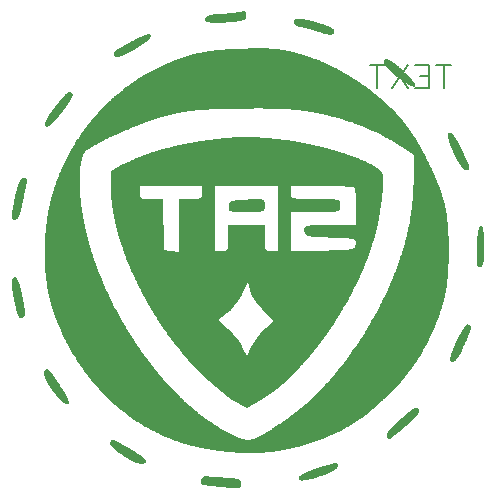
<source format=gbo>
G04 Layer: BottomSilkLayer*
G04 EasyEDA v5.9.42, Tue, 26 Feb 2019 20:51:57 GMT*
G04 04d153d54a3344db93c0417dea638233*
G04 Gerber Generator version 0.2*
G04 Scale: 100 percent, Rotated: No, Reflected: No *
G04 Dimensions in millimeters *
G04 leading zeros omitted , absolute positions ,3 integer and 3 decimal *
%FSLAX33Y33*%
%MOMM*%
G90*
G71D02*

%ADD27C,0.203200*%

%LPD*%

%LPD*%
G36*
G01X26198Y8009D02*
G01X26155Y8013D01*
G01X26113Y8010D01*
G01X26073Y8000D01*
G01X26035Y7984D01*
G01X25999Y7963D01*
G01X25965Y7936D01*
G01X25934Y7906D01*
G01X25905Y7872D01*
G01X25879Y7835D01*
G01X25856Y7795D01*
G01X25836Y7753D01*
G01X25820Y7710D01*
G01X25807Y7666D01*
G01X25798Y7622D01*
G01X25793Y7578D01*
G01X25792Y7535D01*
G01X25796Y7493D01*
G01X25804Y7453D01*
G01X25816Y7416D01*
G01X25834Y7382D01*
G01X25857Y7352D01*
G01X25884Y7325D01*
G01X25918Y7304D01*
G01X25957Y7288D01*
G01X25975Y7283D01*
G01X25999Y7277D01*
G01X26026Y7272D01*
G01X26059Y7266D01*
G01X26095Y7259D01*
G01X26136Y7252D01*
G01X26180Y7245D01*
G01X26228Y7238D01*
G01X26281Y7230D01*
G01X26336Y7223D01*
G01X26394Y7214D01*
G01X26456Y7206D01*
G01X26521Y7198D01*
G01X26588Y7190D01*
G01X26657Y7181D01*
G01X26729Y7172D01*
G01X26804Y7164D01*
G01X26880Y7155D01*
G01X26959Y7146D01*
G01X27039Y7137D01*
G01X27120Y7129D01*
G01X27203Y7120D01*
G01X27288Y7111D01*
G01X27373Y7103D01*
G01X27459Y7094D01*
G01X27546Y7086D01*
G01X27721Y7070D01*
G01X27847Y7059D01*
G01X27966Y7048D01*
G01X28078Y7039D01*
G01X28183Y7030D01*
G01X28281Y7022D01*
G01X28373Y7016D01*
G01X28459Y7011D01*
G01X28538Y7007D01*
G01X28612Y7004D01*
G01X28681Y7003D01*
G01X28744Y7002D01*
G01X28801Y7003D01*
G01X28855Y7006D01*
G01X28903Y7010D01*
G01X28947Y7015D01*
G01X28986Y7022D01*
G01X29022Y7030D01*
G01X29053Y7040D01*
G01X29081Y7052D01*
G01X29106Y7065D01*
G01X29128Y7080D01*
G01X29146Y7097D01*
G01X29162Y7116D01*
G01X29174Y7136D01*
G01X29185Y7159D01*
G01X29194Y7183D01*
G01X29201Y7209D01*
G01X29205Y7238D01*
G01X29209Y7268D01*
G01X29211Y7301D01*
G01X29212Y7335D01*
G01X29213Y7372D01*
G01X29212Y7412D01*
G01X29210Y7450D01*
G01X29206Y7485D01*
G01X29199Y7517D01*
G01X29191Y7548D01*
G01X29180Y7577D01*
G01X29166Y7604D01*
G01X29149Y7630D01*
G01X29130Y7653D01*
G01X29106Y7675D01*
G01X29079Y7695D01*
G01X29048Y7714D01*
G01X29013Y7732D01*
G01X28973Y7748D01*
G01X28929Y7763D01*
G01X28880Y7777D01*
G01X28826Y7790D01*
G01X28767Y7802D01*
G01X28702Y7813D01*
G01X28631Y7823D01*
G01X28555Y7833D01*
G01X28472Y7842D01*
G01X28383Y7850D01*
G01X28287Y7859D01*
G01X28184Y7866D01*
G01X28074Y7874D01*
G01X27957Y7881D01*
G01X27832Y7889D01*
G01X27737Y7894D01*
G01X27643Y7900D01*
G01X27549Y7905D01*
G01X27456Y7911D01*
G01X27365Y7917D01*
G01X27275Y7922D01*
G01X27101Y7934D01*
G01X27017Y7939D01*
G01X26936Y7945D01*
G01X26857Y7951D01*
G01X26782Y7957D01*
G01X26709Y7962D01*
G01X26640Y7967D01*
G01X26575Y7972D01*
G01X26514Y7977D01*
G01X26458Y7982D01*
G01X26405Y7987D01*
G01X26357Y7991D01*
G01X26314Y7995D01*
G01X26277Y7999D01*
G01X26245Y8003D01*
G01X26218Y8006D01*
G01X26198Y8009D01*
G37*

%LPD*%
G36*
G01X37220Y9128D02*
G01X37187Y9128D01*
G01X37151Y9125D01*
G01X37111Y9119D01*
G01X37066Y9112D01*
G01X37017Y9103D01*
G01X36963Y9091D01*
G01X36904Y9077D01*
G01X36840Y9060D01*
G01X36770Y9041D01*
G01X36694Y9020D01*
G01X36613Y8997D01*
G01X36526Y8971D01*
G01X36432Y8942D01*
G01X36332Y8911D01*
G01X36225Y8877D01*
G01X36112Y8841D01*
G01X35991Y8803D01*
G01X35862Y8762D01*
G01X35726Y8718D01*
G01X35582Y8671D01*
G01X35484Y8639D01*
G01X35388Y8607D01*
G01X35295Y8575D01*
G01X35205Y8543D01*
G01X35118Y8511D01*
G01X35034Y8479D01*
G01X34953Y8447D01*
G01X34876Y8416D01*
G01X34801Y8384D01*
G01X34730Y8353D01*
G01X34662Y8322D01*
G01X34597Y8292D01*
G01X34536Y8261D01*
G01X34479Y8231D01*
G01X34425Y8202D01*
G01X34375Y8173D01*
G01X34328Y8145D01*
G01X34285Y8117D01*
G01X34246Y8089D01*
G01X34211Y8062D01*
G01X34179Y8036D01*
G01X34152Y8010D01*
G01X34128Y7985D01*
G01X34110Y7961D01*
G01X34094Y7937D01*
G01X34084Y7914D01*
G01X34077Y7892D01*
G01X34074Y7870D01*
G01X34077Y7828D01*
G01X34083Y7791D01*
G01X34095Y7757D01*
G01X34111Y7728D01*
G01X34132Y7703D01*
G01X34159Y7683D01*
G01X34192Y7667D01*
G01X34231Y7654D01*
G01X34276Y7646D01*
G01X34328Y7642D01*
G01X34386Y7642D01*
G01X34452Y7646D01*
G01X34526Y7653D01*
G01X34607Y7664D01*
G01X34696Y7679D01*
G01X34793Y7697D01*
G01X34872Y7713D01*
G01X34950Y7730D01*
G01X35030Y7748D01*
G01X35108Y7767D01*
G01X35187Y7786D01*
G01X35266Y7806D01*
G01X35422Y7848D01*
G01X35499Y7870D01*
G01X35577Y7893D01*
G01X35729Y7939D01*
G01X35879Y7989D01*
G01X35953Y8014D01*
G01X36025Y8039D01*
G01X36097Y8065D01*
G01X36167Y8091D01*
G01X36237Y8118D01*
G01X36305Y8144D01*
G01X36437Y8198D01*
G01X36501Y8225D01*
G01X36563Y8253D01*
G01X36624Y8280D01*
G01X36683Y8308D01*
G01X36739Y8336D01*
G01X36795Y8363D01*
G01X36848Y8390D01*
G01X36899Y8418D01*
G01X36949Y8445D01*
G01X36996Y8472D01*
G01X37041Y8499D01*
G01X37083Y8526D01*
G01X37123Y8552D01*
G01X37161Y8578D01*
G01X37196Y8604D01*
G01X37228Y8629D01*
G01X37258Y8654D01*
G01X37285Y8679D01*
G01X37308Y8703D01*
G01X37330Y8727D01*
G01X37348Y8750D01*
G01X37363Y8772D01*
G01X37374Y8794D01*
G01X37383Y8815D01*
G01X37388Y8836D01*
G01X37390Y8856D01*
G01X37390Y8887D01*
G01X37389Y8917D01*
G01X37388Y8945D01*
G01X37386Y8971D01*
G01X37383Y8995D01*
G01X37379Y9017D01*
G01X37373Y9038D01*
G01X37366Y9056D01*
G01X37357Y9072D01*
G01X37345Y9086D01*
G01X37332Y9099D01*
G01X37316Y9109D01*
G01X37296Y9117D01*
G01X37274Y9123D01*
G01X37249Y9127D01*
G01X37220Y9128D01*
G37*

%LPD*%
G36*
G01X18342Y11092D02*
G01X18315Y11093D01*
G01X18290Y11092D01*
G01X18268Y11088D01*
G01X18248Y11081D01*
G01X18229Y11072D01*
G01X18213Y11060D01*
G01X18197Y11046D01*
G01X18183Y11030D01*
G01X18169Y11010D01*
G01X18157Y10989D01*
G01X18145Y10966D01*
G01X18133Y10941D01*
G01X18122Y10913D01*
G01X18110Y10884D01*
G01X18098Y10852D01*
G01X18093Y10833D01*
G01X18092Y10812D01*
G01X18095Y10788D01*
G01X18102Y10763D01*
G01X18113Y10736D01*
G01X18127Y10708D01*
G01X18145Y10678D01*
G01X18165Y10647D01*
G01X18190Y10613D01*
G01X18217Y10579D01*
G01X18247Y10543D01*
G01X18280Y10507D01*
G01X18316Y10469D01*
G01X18354Y10431D01*
G01X18396Y10391D01*
G01X18439Y10350D01*
G01X18484Y10309D01*
G01X18532Y10268D01*
G01X18581Y10225D01*
G01X18633Y10183D01*
G01X18686Y10140D01*
G01X18741Y10096D01*
G01X18797Y10053D01*
G01X18855Y10008D01*
G01X18914Y9965D01*
G01X18974Y9921D01*
G01X19035Y9877D01*
G01X19159Y9791D01*
G01X19222Y9748D01*
G01X19286Y9706D01*
G01X19350Y9665D01*
G01X19415Y9624D01*
G01X19479Y9583D01*
G01X19543Y9544D01*
G01X19608Y9506D01*
G01X19672Y9468D01*
G01X19736Y9431D01*
G01X19799Y9396D01*
G01X19862Y9362D01*
G01X19924Y9330D01*
G01X19985Y9298D01*
G01X20045Y9269D01*
G01X20103Y9240D01*
G01X20161Y9214D01*
G01X20218Y9190D01*
G01X20273Y9167D01*
G01X20326Y9146D01*
G01X20377Y9127D01*
G01X20427Y9110D01*
G01X20475Y9096D01*
G01X20521Y9083D01*
G01X20564Y9073D01*
G01X20605Y9066D01*
G01X20644Y9061D01*
G01X20680Y9059D01*
G01X20731Y9057D01*
G01X20780Y9058D01*
G01X20825Y9060D01*
G01X20867Y9063D01*
G01X20906Y9067D01*
G01X20943Y9072D01*
G01X20976Y9079D01*
G01X21006Y9087D01*
G01X21034Y9096D01*
G01X21058Y9106D01*
G01X21080Y9118D01*
G01X21098Y9131D01*
G01X21114Y9145D01*
G01X21127Y9160D01*
G01X21137Y9176D01*
G01X21143Y9193D01*
G01X21147Y9212D01*
G01X21149Y9231D01*
G01X21147Y9252D01*
G01X21142Y9274D01*
G01X21135Y9297D01*
G01X21125Y9321D01*
G01X21111Y9346D01*
G01X21095Y9372D01*
G01X21076Y9399D01*
G01X21054Y9427D01*
G01X21030Y9457D01*
G01X21003Y9487D01*
G01X20939Y9551D01*
G01X20904Y9584D01*
G01X20865Y9618D01*
G01X20823Y9654D01*
G01X20779Y9690D01*
G01X20732Y9728D01*
G01X20682Y9766D01*
G01X20629Y9805D01*
G01X20574Y9845D01*
G01X20516Y9886D01*
G01X20455Y9928D01*
G01X20391Y9970D01*
G01X20325Y10014D01*
G01X20256Y10059D01*
G01X20184Y10104D01*
G01X20110Y10151D01*
G01X20032Y10198D01*
G01X19952Y10246D01*
G01X19869Y10295D01*
G01X19740Y10371D01*
G01X19617Y10442D01*
G01X19502Y10510D01*
G01X19393Y10573D01*
G01X19290Y10633D01*
G01X19194Y10688D01*
G01X19104Y10739D01*
G01X19019Y10787D01*
G01X18940Y10831D01*
G01X18866Y10872D01*
G01X18797Y10909D01*
G01X18733Y10942D01*
G01X18674Y10971D01*
G01X18619Y10998D01*
G01X18569Y11020D01*
G01X18522Y11040D01*
G01X18479Y11056D01*
G01X18440Y11070D01*
G01X18405Y11080D01*
G01X18372Y11087D01*
G01X18342Y11092D01*
G37*

%LPD*%
G36*
G01X30910Y44236D02*
G01X30693Y44236D01*
G01X30619Y44235D01*
G01X30543Y44235D01*
G01X30466Y44234D01*
G01X30387Y44233D01*
G01X30307Y44232D01*
G01X30225Y44231D01*
G01X30143Y44229D01*
G01X30058Y44228D01*
G01X29972Y44226D01*
G01X29884Y44224D01*
G01X29795Y44222D01*
G01X29704Y44219D01*
G01X29612Y44217D01*
G01X29517Y44214D01*
G01X29421Y44211D01*
G01X29323Y44208D01*
G01X29240Y44206D01*
G01X29159Y44203D01*
G01X29077Y44200D01*
G01X28996Y44197D01*
G01X28917Y44194D01*
G01X28837Y44191D01*
G01X28759Y44187D01*
G01X28681Y44184D01*
G01X28604Y44180D01*
G01X28528Y44177D01*
G01X28452Y44172D01*
G01X28302Y44164D01*
G01X28228Y44160D01*
G01X28155Y44156D01*
G01X28083Y44152D01*
G01X28010Y44147D01*
G01X27868Y44137D01*
G01X27798Y44132D01*
G01X27729Y44127D01*
G01X27659Y44122D01*
G01X27455Y44104D01*
G01X27388Y44098D01*
G01X27190Y44080D01*
G01X27125Y44073D01*
G01X26933Y44052D01*
G01X26870Y44044D01*
G01X26807Y44037D01*
G01X26683Y44022D01*
G01X26621Y44013D01*
G01X26499Y43997D01*
G01X26438Y43988D01*
G01X26318Y43970D01*
G01X26200Y43952D01*
G01X26141Y43942D01*
G01X26083Y43932D01*
G01X26024Y43922D01*
G01X25966Y43912D01*
G01X25851Y43891D01*
G01X25795Y43879D01*
G01X25738Y43869D01*
G01X25681Y43857D01*
G01X25624Y43846D01*
G01X25569Y43834D01*
G01X25457Y43810D01*
G01X25291Y43772D01*
G01X25236Y43758D01*
G01X25180Y43745D01*
G01X25126Y43731D01*
G01X25071Y43717D01*
G01X24962Y43689D01*
G01X24800Y43644D01*
G01X24746Y43628D01*
G01X24692Y43613D01*
G01X24530Y43564D01*
G01X24422Y43531D01*
G01X24369Y43513D01*
G01X24315Y43496D01*
G01X24261Y43478D01*
G01X24153Y43441D01*
G01X24099Y43423D01*
G01X23991Y43385D01*
G01X23937Y43365D01*
G01X23882Y43345D01*
G01X23774Y43305D01*
G01X23719Y43284D01*
G01X23665Y43263D01*
G01X23610Y43242D01*
G01X23555Y43220D01*
G01X23499Y43198D01*
G01X23389Y43153D01*
G01X23333Y43131D01*
G01X23277Y43107D01*
G01X23221Y43084D01*
G01X23165Y43060D01*
G01X23052Y43011D01*
G01X22994Y42986D01*
G01X22938Y42961D01*
G01X22880Y42936D01*
G01X22764Y42884D01*
G01X22706Y42857D01*
G01X22529Y42776D01*
G01X22409Y42720D01*
G01X22349Y42691D01*
G01X22227Y42633D01*
G01X22172Y42606D01*
G01X22116Y42579D01*
G01X22006Y42525D01*
G01X21786Y42413D01*
G01X21732Y42385D01*
G01X21677Y42356D01*
G01X21569Y42298D01*
G01X21515Y42270D01*
G01X21353Y42181D01*
G01X21246Y42121D01*
G01X21140Y42061D01*
G01X20928Y41937D01*
G01X20876Y41906D01*
G01X20823Y41874D01*
G01X20771Y41843D01*
G01X20667Y41779D01*
G01X20616Y41746D01*
G01X20512Y41682D01*
G01X20307Y41550D01*
G01X20205Y41482D01*
G01X20154Y41449D01*
G01X20054Y41381D01*
G01X19953Y41311D01*
G01X19903Y41277D01*
G01X19853Y41242D01*
G01X19804Y41207D01*
G01X19754Y41172D01*
G01X19606Y41065D01*
G01X19459Y40957D01*
G01X19411Y40920D01*
G01X19314Y40847D01*
G01X19217Y40773D01*
G01X19170Y40735D01*
G01X19074Y40661D01*
G01X19026Y40623D01*
G01X18932Y40546D01*
G01X18838Y40470D01*
G01X18745Y40392D01*
G01X18606Y40275D01*
G01X18513Y40196D01*
G01X18468Y40156D01*
G01X18422Y40116D01*
G01X18332Y40036D01*
G01X18286Y39995D01*
G01X18241Y39955D01*
G01X18196Y39914D01*
G01X18152Y39873D01*
G01X18062Y39791D01*
G01X17930Y39666D01*
G01X17886Y39624D01*
G01X17799Y39540D01*
G01X17755Y39498D01*
G01X17626Y39370D01*
G01X17498Y39240D01*
G01X17329Y39066D01*
G01X17246Y38977D01*
G01X17205Y38933D01*
G01X17163Y38888D01*
G01X17122Y38844D01*
G01X17040Y38754D01*
G01X17000Y38708D01*
G01X16959Y38663D01*
G01X16919Y38618D01*
G01X16839Y38527D01*
G01X16759Y38435D01*
G01X16720Y38388D01*
G01X16680Y38342D01*
G01X16563Y38202D01*
G01X16524Y38155D01*
G01X16447Y38061D01*
G01X16371Y37966D01*
G01X16294Y37871D01*
G01X16257Y37822D01*
G01X16219Y37775D01*
G01X16182Y37726D01*
G01X16145Y37678D01*
G01X16108Y37629D01*
G01X16071Y37581D01*
G01X16034Y37532D01*
G01X15962Y37434D01*
G01X15925Y37385D01*
G01X15889Y37335D01*
G01X15747Y37136D01*
G01X15642Y36986D01*
G01X15538Y36833D01*
G01X15470Y36732D01*
G01X15436Y36681D01*
G01X15369Y36578D01*
G01X15335Y36526D01*
G01X15236Y36371D01*
G01X15139Y36214D01*
G01X15107Y36161D01*
G01X15043Y36056D01*
G01X14980Y35950D01*
G01X14948Y35897D01*
G01X14886Y35790D01*
G01X14855Y35736D01*
G01X14825Y35683D01*
G01X14794Y35629D01*
G01X14734Y35521D01*
G01X14704Y35466D01*
G01X14616Y35303D01*
G01X14586Y35248D01*
G01X14528Y35139D01*
G01X14500Y35083D01*
G01X14471Y35028D01*
G01X14443Y34973D01*
G01X14415Y34917D01*
G01X14387Y34862D01*
G01X14331Y34750D01*
G01X14277Y34638D01*
G01X14196Y34469D01*
G01X14170Y34413D01*
G01X14117Y34299D01*
G01X14039Y34128D01*
G01X13939Y33898D01*
G01X13914Y33840D01*
G01X13865Y33724D01*
G01X13817Y33608D01*
G01X13794Y33550D01*
G01X13770Y33491D01*
G01X13746Y33433D01*
G01X13677Y33256D01*
G01X13655Y33197D01*
G01X13632Y33138D01*
G01X13610Y33079D01*
G01X13544Y32900D01*
G01X13501Y32781D01*
G01X13438Y32601D01*
G01X13418Y32540D01*
G01X13397Y32480D01*
G01X13378Y32419D01*
G01X13357Y32359D01*
G01X13337Y32298D01*
G01X13318Y32238D01*
G01X13298Y32177D01*
G01X13260Y32055D01*
G01X13241Y31993D01*
G01X13223Y31932D01*
G01X13204Y31871D01*
G01X13186Y31809D01*
G01X13171Y31756D01*
G01X13156Y31704D01*
G01X13140Y31650D01*
G01X13126Y31596D01*
G01X13111Y31542D01*
G01X13097Y31488D01*
G01X13068Y31378D01*
G01X13054Y31322D01*
G01X13041Y31267D01*
G01X13014Y31154D01*
G01X12975Y30983D01*
G01X12951Y30867D01*
G01X12926Y30750D01*
G01X12903Y30632D01*
G01X12881Y30513D01*
G01X12848Y30333D01*
G01X12818Y30150D01*
G01X12789Y29966D01*
G01X12780Y29904D01*
G01X12770Y29841D01*
G01X12762Y29779D01*
G01X12753Y29716D01*
G01X12745Y29654D01*
G01X12728Y29528D01*
G01X12721Y29464D01*
G01X12713Y29401D01*
G01X12705Y29337D01*
G01X12698Y29274D01*
G01X12684Y29146D01*
G01X12678Y29082D01*
G01X12671Y29017D01*
G01X12659Y28889D01*
G01X12641Y28694D01*
G01X12626Y28499D01*
G01X12622Y28434D01*
G01X12612Y28303D01*
G01X12604Y28173D01*
G01X12601Y28107D01*
G01X12597Y28041D01*
G01X12594Y27975D01*
G01X12591Y27910D01*
G01X12585Y27778D01*
G01X12583Y27712D01*
G01X12580Y27647D01*
G01X12574Y27449D01*
G01X12573Y27384D01*
G01X12572Y27318D01*
G01X12570Y27252D01*
G01X12569Y27186D01*
G01X12569Y27120D01*
G01X12568Y27054D01*
G01X12568Y26858D01*
G01X12569Y26661D01*
G01X12572Y26466D01*
G01X12576Y26336D01*
G01X12577Y26271D01*
G01X12580Y26206D01*
G01X12582Y26141D01*
G01X12587Y26012D01*
G01X12590Y25947D01*
G01X12593Y25883D01*
G01X12597Y25819D01*
G01X12600Y25755D01*
G01X12604Y25691D01*
G01X12616Y25501D01*
G01X12626Y25375D01*
G01X12630Y25312D01*
G01X12636Y25249D01*
G01X12641Y25187D01*
G01X12653Y25063D01*
G01X12658Y25001D01*
G01X12664Y24939D01*
G01X12678Y24816D01*
G01X12684Y24755D01*
G01X12698Y24634D01*
G01X12722Y24454D01*
G01X12729Y24395D01*
G01X12738Y24335D01*
G01X12746Y24276D01*
G01X12755Y24218D01*
G01X12773Y24101D01*
G01X12782Y24043D01*
G01X12801Y23928D01*
G01X12811Y23871D01*
G01X12821Y23815D01*
G01X12832Y23759D01*
G01X12842Y23703D01*
G01X12864Y23591D01*
G01X12875Y23537D01*
G01X12887Y23482D01*
G01X12898Y23428D01*
G01X12910Y23373D01*
G01X12934Y23267D01*
G01X12947Y23214D01*
G01X12960Y23156D01*
G01X13005Y22979D01*
G01X13020Y22921D01*
G01X13035Y22862D01*
G01X13051Y22803D01*
G01X13067Y22745D01*
G01X13099Y22627D01*
G01X13133Y22509D01*
G01X13150Y22451D01*
G01X13186Y22333D01*
G01X13203Y22275D01*
G01X13240Y22157D01*
G01X13278Y22039D01*
G01X13297Y21981D01*
G01X13317Y21922D01*
G01X13336Y21863D01*
G01X13356Y21805D01*
G01X13376Y21746D01*
G01X13397Y21687D01*
G01X13417Y21628D01*
G01X13438Y21570D01*
G01X13459Y21511D01*
G01X13481Y21453D01*
G01X13502Y21394D01*
G01X13524Y21335D01*
G01X13591Y21160D01*
G01X13637Y21043D01*
G01X13684Y20926D01*
G01X13756Y20752D01*
G01X13780Y20693D01*
G01X13855Y20519D01*
G01X13906Y20403D01*
G01X13958Y20287D01*
G01X14010Y20172D01*
G01X14064Y20056D01*
G01X14091Y19999D01*
G01X14146Y19884D01*
G01X14229Y19712D01*
G01X14258Y19654D01*
G01X14287Y19597D01*
G01X14344Y19483D01*
G01X14374Y19426D01*
G01X14403Y19370D01*
G01X14463Y19256D01*
G01X14523Y19143D01*
G01X14553Y19086D01*
G01X14708Y18806D01*
G01X14836Y18582D01*
G01X14901Y18472D01*
G01X14967Y18361D01*
G01X15000Y18306D01*
G01X15034Y18251D01*
G01X15067Y18196D01*
G01X15101Y18142D01*
G01X15203Y17977D01*
G01X15238Y17923D01*
G01X15272Y17869D01*
G01X15342Y17761D01*
G01X15378Y17707D01*
G01X15413Y17653D01*
G01X15448Y17600D01*
G01X15484Y17546D01*
G01X15520Y17493D01*
G01X15556Y17439D01*
G01X15592Y17387D01*
G01X15629Y17333D01*
G01X15702Y17228D01*
G01X15813Y17071D01*
G01X15851Y17018D01*
G01X15889Y16967D01*
G01X15927Y16914D01*
G01X15964Y16863D01*
G01X16002Y16811D01*
G01X16041Y16760D01*
G01X16079Y16708D01*
G01X16157Y16606D01*
G01X16195Y16556D01*
G01X16235Y16505D01*
G01X16274Y16454D01*
G01X16313Y16404D01*
G01X16353Y16353D01*
G01X16393Y16304D01*
G01X16513Y16154D01*
G01X16553Y16105D01*
G01X16634Y16006D01*
G01X16675Y15958D01*
G01X16716Y15909D01*
G01X16840Y15764D01*
G01X16881Y15716D01*
G01X16965Y15620D01*
G01X17133Y15432D01*
G01X17219Y15338D01*
G01X17261Y15292D01*
G01X17347Y15200D01*
G01X17390Y15155D01*
G01X17434Y15109D01*
G01X17477Y15064D01*
G01X17521Y15018D01*
G01X17608Y14929D01*
G01X17652Y14884D01*
G01X17741Y14796D01*
G01X17785Y14752D01*
G01X17830Y14708D01*
G01X17874Y14665D01*
G01X17919Y14622D01*
G01X17964Y14578D01*
G01X18008Y14536D01*
G01X18054Y14493D01*
G01X18144Y14409D01*
G01X18190Y14367D01*
G01X18235Y14325D01*
G01X18281Y14283D01*
G01X18326Y14242D01*
G01X18375Y14199D01*
G01X18423Y14156D01*
G01X18521Y14070D01*
G01X18667Y13943D01*
G01X18717Y13902D01*
G01X18765Y13861D01*
G01X18815Y13819D01*
G01X18863Y13778D01*
G01X18913Y13737D01*
G01X18962Y13697D01*
G01X19061Y13616D01*
G01X19110Y13577D01*
G01X19160Y13537D01*
G01X19209Y13497D01*
G01X19259Y13458D01*
G01X19409Y13342D01*
G01X19458Y13304D01*
G01X19509Y13266D01*
G01X19558Y13229D01*
G01X19659Y13153D01*
G01X19709Y13116D01*
G01X19810Y13043D01*
G01X19861Y13007D01*
G01X19911Y12971D01*
G01X19962Y12935D01*
G01X20063Y12863D01*
G01X20165Y12793D01*
G01X20216Y12759D01*
G01X20319Y12690D01*
G01X20421Y12622D01*
G01X20473Y12588D01*
G01X20525Y12555D01*
G01X20576Y12522D01*
G01X20680Y12456D01*
G01X20731Y12424D01*
G01X20784Y12391D01*
G01X20835Y12359D01*
G01X20888Y12327D01*
G01X20992Y12264D01*
G01X21097Y12203D01*
G01X21150Y12172D01*
G01X21202Y12142D01*
G01X21255Y12111D01*
G01X21361Y12051D01*
G01X21414Y12022D01*
G01X21467Y11992D01*
G01X21520Y11963D01*
G01X21574Y11934D01*
G01X21627Y11906D01*
G01X21681Y11877D01*
G01X21734Y11849D01*
G01X21842Y11793D01*
G01X21950Y11738D01*
G01X22112Y11657D01*
G01X22166Y11631D01*
G01X22331Y11553D01*
G01X22440Y11502D01*
G01X22605Y11427D01*
G01X22771Y11354D01*
G01X22827Y11331D01*
G01X22883Y11307D01*
G01X22939Y11284D01*
G01X22995Y11260D01*
G01X23107Y11214D01*
G01X23276Y11147D01*
G01X23333Y11126D01*
G01X23389Y11104D01*
G01X23503Y11061D01*
G01X23617Y11019D01*
G01X23675Y10999D01*
G01X23789Y10958D01*
G01X23963Y10898D01*
G01X24137Y10841D01*
G01X24195Y10823D01*
G01X24254Y10804D01*
G01X24313Y10786D01*
G01X24371Y10768D01*
G01X24489Y10732D01*
G01X24548Y10715D01*
G01X24607Y10697D01*
G01X24666Y10681D01*
G01X24786Y10647D01*
G01X24845Y10631D01*
G01X24965Y10598D01*
G01X25025Y10583D01*
G01X25085Y10567D01*
G01X25145Y10552D01*
G01X25206Y10536D01*
G01X25267Y10522D01*
G01X25327Y10507D01*
G01X25388Y10492D01*
G01X25510Y10464D01*
G01X25572Y10450D01*
G01X25694Y10422D01*
G01X25817Y10396D01*
G01X25941Y10371D01*
G01X26004Y10358D01*
G01X26128Y10334D01*
G01X26254Y10310D01*
G01X26317Y10299D01*
G01X26443Y10276D01*
G01X26633Y10244D01*
G01X26761Y10224D01*
G01X26889Y10205D01*
G01X26953Y10195D01*
G01X27017Y10186D01*
G01X27212Y10159D01*
G01X27276Y10151D01*
G01X27342Y10143D01*
G01X27407Y10134D01*
G01X27538Y10119D01*
G01X27604Y10112D01*
G01X27670Y10104D01*
G01X27802Y10090D01*
G01X27868Y10084D01*
G01X27935Y10077D01*
G01X28002Y10071D01*
G01X28073Y10064D01*
G01X28145Y10058D01*
G01X28215Y10052D01*
G01X28286Y10046D01*
G01X28356Y10040D01*
G01X28426Y10035D01*
G01X28633Y10020D01*
G01X28701Y10015D01*
G01X28770Y10011D01*
G01X28905Y10003D01*
G01X28973Y9999D01*
G01X29040Y9996D01*
G01X29106Y9992D01*
G01X29173Y9989D01*
G01X29305Y9984D01*
G01X29370Y9982D01*
G01X29436Y9980D01*
G01X29501Y9977D01*
G01X29566Y9976D01*
G01X29630Y9974D01*
G01X29695Y9973D01*
G01X29759Y9972D01*
G01X29823Y9972D01*
G01X29887Y9971D01*
G01X30077Y9971D01*
G01X30202Y9972D01*
G01X30327Y9974D01*
G01X30390Y9975D01*
G01X30514Y9979D01*
G01X30575Y9981D01*
G01X30760Y9989D01*
G01X30821Y9992D01*
G01X31004Y10002D01*
G01X31065Y10006D01*
G01X31126Y10011D01*
G01X31186Y10015D01*
G01X31367Y10030D01*
G01X31427Y10036D01*
G01X31488Y10041D01*
G01X31728Y10067D01*
G01X31787Y10074D01*
G01X31847Y10082D01*
G01X31907Y10089D01*
G01X31967Y10097D01*
G01X32027Y10104D01*
G01X32207Y10130D01*
G01X32266Y10140D01*
G01X32326Y10149D01*
G01X32446Y10168D01*
G01X32506Y10178D01*
G01X32566Y10189D01*
G01X32626Y10199D01*
G01X32806Y10232D01*
G01X32866Y10244D01*
G01X33047Y10281D01*
G01X33108Y10293D01*
G01X33168Y10307D01*
G01X33229Y10320D01*
G01X33290Y10334D01*
G01X33351Y10347D01*
G01X33412Y10362D01*
G01X33473Y10376D01*
G01X33596Y10405D01*
G01X33719Y10436D01*
G01X33781Y10451D01*
G01X33843Y10468D01*
G01X33967Y10500D01*
G01X34030Y10517D01*
G01X34282Y10587D01*
G01X34345Y10605D01*
G01X34409Y10624D01*
G01X34473Y10642D01*
G01X34601Y10681D01*
G01X34666Y10700D01*
G01X34731Y10721D01*
G01X34796Y10740D01*
G01X34861Y10761D01*
G01X34927Y10782D01*
G01X34992Y10803D01*
G01X35058Y10824D01*
G01X35326Y10912D01*
G01X35389Y10934D01*
G01X35452Y10955D01*
G01X35578Y10999D01*
G01X35640Y11020D01*
G01X35763Y11064D01*
G01X35824Y11086D01*
G01X35884Y11108D01*
G01X35944Y11131D01*
G01X36004Y11153D01*
G01X36064Y11176D01*
G01X36123Y11198D01*
G01X36182Y11221D01*
G01X36299Y11267D01*
G01X36415Y11313D01*
G01X36530Y11360D01*
G01X36587Y11384D01*
G01X36699Y11431D01*
G01X36755Y11455D01*
G01X36867Y11504D01*
G01X36922Y11528D01*
G01X37087Y11603D01*
G01X37141Y11628D01*
G01X37195Y11654D01*
G01X37249Y11679D01*
G01X37357Y11731D01*
G01X37463Y11783D01*
G01X37622Y11864D01*
G01X37726Y11919D01*
G01X37778Y11946D01*
G01X37831Y11974D01*
G01X37934Y12030D01*
G01X37986Y12058D01*
G01X38139Y12145D01*
G01X38191Y12175D01*
G01X38242Y12204D01*
G01X38292Y12234D01*
G01X38394Y12294D01*
G01X38444Y12325D01*
G01X38495Y12356D01*
G01X38545Y12387D01*
G01X38646Y12450D01*
G01X38696Y12482D01*
G01X38747Y12515D01*
G01X38796Y12547D01*
G01X38847Y12580D01*
G01X38896Y12613D01*
G01X38947Y12647D01*
G01X38996Y12681D01*
G01X39046Y12715D01*
G01X39097Y12749D01*
G01X39196Y12818D01*
G01X39246Y12854D01*
G01X39296Y12889D01*
G01X39396Y12961D01*
G01X39596Y13109D01*
G01X39696Y13185D01*
G01X39746Y13224D01*
G01X39847Y13302D01*
G01X39947Y13381D01*
G01X39998Y13421D01*
G01X40049Y13462D01*
G01X40099Y13503D01*
G01X40201Y13586D01*
G01X40304Y13671D01*
G01X40354Y13714D01*
G01X40406Y13757D01*
G01X40457Y13801D01*
G01X40561Y13889D01*
G01X40613Y13934D01*
G01X40665Y13980D01*
G01X40717Y14025D01*
G01X40769Y14071D01*
G01X40822Y14118D01*
G01X40875Y14164D01*
G01X40928Y14212D01*
G01X40981Y14259D01*
G01X41087Y14356D01*
G01X41195Y14454D01*
G01X41249Y14505D01*
G01X41303Y14555D01*
G01X41352Y14600D01*
G01X41400Y14645D01*
G01X41448Y14691D01*
G01X41496Y14736D01*
G01X41544Y14782D01*
G01X41591Y14827D01*
G01X41638Y14873D01*
G01X41685Y14918D01*
G01X41732Y14964D01*
G01X41824Y15055D01*
G01X41870Y15101D01*
G01X41915Y15147D01*
G01X42006Y15238D01*
G01X42051Y15285D01*
G01X42096Y15331D01*
G01X42228Y15469D01*
G01X42316Y15562D01*
G01X42359Y15609D01*
G01X42402Y15655D01*
G01X42530Y15795D01*
G01X42656Y15936D01*
G01X42697Y15983D01*
G01X42739Y16030D01*
G01X42780Y16078D01*
G01X42821Y16125D01*
G01X42861Y16172D01*
G01X42901Y16220D01*
G01X42942Y16267D01*
G01X42982Y16315D01*
G01X43061Y16410D01*
G01X43101Y16459D01*
G01X43139Y16506D01*
G01X43178Y16555D01*
G01X43256Y16651D01*
G01X43294Y16699D01*
G01X43332Y16748D01*
G01X43369Y16796D01*
G01X43445Y16894D01*
G01X43519Y16992D01*
G01X43555Y17041D01*
G01X43628Y17139D01*
G01X43664Y17189D01*
G01X43701Y17238D01*
G01X43772Y17338D01*
G01X43842Y17437D01*
G01X43877Y17488D01*
G01X43911Y17538D01*
G01X43946Y17588D01*
G01X43980Y17639D01*
G01X44015Y17689D01*
G01X44049Y17740D01*
G01X44149Y17892D01*
G01X44215Y17995D01*
G01X44280Y18097D01*
G01X44313Y18149D01*
G01X44409Y18305D01*
G01X44471Y18409D01*
G01X44503Y18462D01*
G01X44534Y18514D01*
G01X44564Y18567D01*
G01X44626Y18673D01*
G01X44716Y18832D01*
G01X44746Y18886D01*
G01X44775Y18940D01*
G01X44804Y18993D01*
G01X44833Y19048D01*
G01X44920Y19210D01*
G01X44976Y19320D01*
G01X45005Y19374D01*
G01X45033Y19430D01*
G01X45087Y19540D01*
G01X45115Y19596D01*
G01X45142Y19651D01*
G01X45196Y19763D01*
G01X45302Y19989D01*
G01X45354Y20102D01*
G01X45430Y20275D01*
G01X45455Y20332D01*
G01X45480Y20390D01*
G01X45504Y20448D01*
G01X45529Y20506D01*
G01X45578Y20623D01*
G01X45603Y20682D01*
G01X45650Y20800D01*
G01X45674Y20859D01*
G01X45698Y20919D01*
G01X45721Y20978D01*
G01X45790Y21158D01*
G01X45812Y21219D01*
G01X45835Y21279D01*
G01X45858Y21340D01*
G01X45924Y21523D01*
G01X45945Y21585D01*
G01X45967Y21647D01*
G01X46010Y21771D01*
G01X46053Y21896D01*
G01X46073Y21959D01*
G01X46094Y22021D01*
G01X46176Y22275D01*
G01X46195Y22339D01*
G01X46216Y22404D01*
G01X46235Y22468D01*
G01X46255Y22532D01*
G01X46293Y22662D01*
G01X46332Y22793D01*
G01X46351Y22859D01*
G01X46375Y22947D01*
G01X46387Y22992D01*
G01X46399Y23038D01*
G01X46410Y23085D01*
G01X46422Y23132D01*
G01X46433Y23180D01*
G01X46444Y23230D01*
G01X46455Y23279D01*
G01X46466Y23329D01*
G01X46476Y23381D01*
G01X46486Y23432D01*
G01X46497Y23485D01*
G01X46507Y23538D01*
G01X46516Y23591D01*
G01X46526Y23645D01*
G01X46536Y23700D01*
G01X46545Y23755D01*
G01X46563Y23868D01*
G01X46580Y23983D01*
G01X46589Y24041D01*
G01X46605Y24159D01*
G01X46613Y24219D01*
G01X46621Y24280D01*
G01X46628Y24341D01*
G01X46636Y24402D01*
G01X46657Y24588D01*
G01X46663Y24652D01*
G01X46670Y24715D01*
G01X46676Y24779D01*
G01X46688Y24908D01*
G01X46694Y24973D01*
G01X46705Y25104D01*
G01X46715Y25236D01*
G01X46720Y25303D01*
G01X46729Y25437D01*
G01X46733Y25505D01*
G01X46738Y25572D01*
G01X46742Y25640D01*
G01X46753Y25846D01*
G01X46762Y26053D01*
G01X46764Y26123D01*
G01X46767Y26192D01*
G01X46769Y26262D01*
G01X46772Y26332D01*
G01X46773Y26402D01*
G01X46775Y26472D01*
G01X46777Y26543D01*
G01X46779Y26613D01*
G01X46780Y26684D01*
G01X46782Y26824D01*
G01X46784Y26966D01*
G01X46784Y27248D01*
G01X46783Y27460D01*
G01X46782Y27531D01*
G01X46781Y27601D01*
G01X46780Y27672D01*
G01X46774Y27882D01*
G01X46773Y27952D01*
G01X46770Y28022D01*
G01X46766Y28160D01*
G01X46763Y28230D01*
G01X46757Y28368D01*
G01X46754Y28436D01*
G01X46751Y28505D01*
G01X46743Y28641D01*
G01X46735Y28776D01*
G01X46727Y28910D01*
G01X46722Y28977D01*
G01X46712Y29109D01*
G01X46702Y29239D01*
G01X46696Y29304D01*
G01X46691Y29369D01*
G01X46685Y29433D01*
G01X46672Y29560D01*
G01X46666Y29623D01*
G01X46659Y29685D01*
G01X46653Y29747D01*
G01X46645Y29809D01*
G01X46638Y29870D01*
G01X46631Y29930D01*
G01X46624Y29991D01*
G01X46615Y30050D01*
G01X46608Y30109D01*
G01X46600Y30168D01*
G01X46592Y30226D01*
G01X46574Y30340D01*
G01X46566Y30397D01*
G01X46557Y30452D01*
G01X46547Y30508D01*
G01X46529Y30616D01*
G01X46509Y30722D01*
G01X46499Y30774D01*
G01X46488Y30826D01*
G01X46478Y30877D01*
G01X46468Y30926D01*
G01X46457Y30976D01*
G01X46435Y31072D01*
G01X46423Y31119D01*
G01X46412Y31166D01*
G01X46400Y31212D01*
G01X46388Y31257D01*
G01X46374Y31308D01*
G01X46359Y31360D01*
G01X46345Y31412D01*
G01X46329Y31465D01*
G01X46298Y31572D01*
G01X46281Y31625D01*
G01X46247Y31735D01*
G01X46212Y31845D01*
G01X46174Y31957D01*
G01X46155Y32014D01*
G01X46135Y32070D01*
G01X46116Y32128D01*
G01X46095Y32185D01*
G01X46054Y32301D01*
G01X46011Y32418D01*
G01X45966Y32536D01*
G01X45944Y32595D01*
G01X45921Y32655D01*
G01X45874Y32774D01*
G01X45850Y32835D01*
G01X45802Y32956D01*
G01X45752Y33078D01*
G01X45701Y33200D01*
G01X45675Y33261D01*
G01X45649Y33323D01*
G01X45622Y33385D01*
G01X45596Y33446D01*
G01X45515Y33632D01*
G01X45403Y33880D01*
G01X45374Y33943D01*
G01X45345Y34005D01*
G01X45317Y34067D01*
G01X45288Y34130D01*
G01X45229Y34255D01*
G01X45139Y34441D01*
G01X45108Y34504D01*
G01X45017Y34690D01*
G01X44955Y34814D01*
G01X44829Y35059D01*
G01X44669Y35364D01*
G01X44636Y35424D01*
G01X44604Y35484D01*
G01X44571Y35544D01*
G01X44506Y35663D01*
G01X44440Y35781D01*
G01X44408Y35840D01*
G01X44375Y35899D01*
G01X44342Y35957D01*
G01X44308Y36015D01*
G01X44176Y36243D01*
G01X44142Y36300D01*
G01X44108Y36355D01*
G01X44075Y36411D01*
G01X43975Y36576D01*
G01X43908Y36684D01*
G01X43875Y36737D01*
G01X43808Y36843D01*
G01X43774Y36894D01*
G01X43741Y36946D01*
G01X43708Y36997D01*
G01X43674Y37048D01*
G01X43608Y37148D01*
G01X43542Y37246D01*
G01X43476Y37342D01*
G01X43442Y37389D01*
G01X43409Y37436D01*
G01X43376Y37482D01*
G01X43311Y37573D01*
G01X43279Y37617D01*
G01X43246Y37661D01*
G01X43182Y37747D01*
G01X43149Y37789D01*
G01X43085Y37871D01*
G01X43054Y37911D01*
G01X43022Y37951D01*
G01X42990Y37990D01*
G01X42953Y38035D01*
G01X42915Y38082D01*
G01X42877Y38127D01*
G01X42799Y38219D01*
G01X42760Y38264D01*
G01X42721Y38310D01*
G01X42681Y38355D01*
G01X42641Y38401D01*
G01X42561Y38491D01*
G01X42520Y38536D01*
G01X42439Y38626D01*
G01X42398Y38670D01*
G01X42315Y38760D01*
G01X42273Y38804D01*
G01X42231Y38849D01*
G01X42188Y38893D01*
G01X42146Y38937D01*
G01X42017Y39069D01*
G01X41930Y39156D01*
G01X41886Y39199D01*
G01X41753Y39329D01*
G01X41709Y39372D01*
G01X41663Y39415D01*
G01X41619Y39458D01*
G01X41573Y39500D01*
G01X41528Y39543D01*
G01X41436Y39627D01*
G01X41344Y39712D01*
G01X41297Y39753D01*
G01X41250Y39796D01*
G01X41204Y39837D01*
G01X41157Y39878D01*
G01X41110Y39920D01*
G01X41062Y39961D01*
G01X41015Y40002D01*
G01X40967Y40043D01*
G01X40774Y40206D01*
G01X40725Y40246D01*
G01X40676Y40287D01*
G01X40628Y40326D01*
G01X40578Y40367D01*
G01X40529Y40406D01*
G01X40380Y40525D01*
G01X40280Y40603D01*
G01X40179Y40680D01*
G01X40027Y40796D01*
G01X39975Y40834D01*
G01X39925Y40873D01*
G01X39873Y40910D01*
G01X39821Y40948D01*
G01X39718Y41023D01*
G01X39510Y41171D01*
G01X39457Y41207D01*
G01X39404Y41244D01*
G01X39299Y41316D01*
G01X39245Y41352D01*
G01X39193Y41388D01*
G01X39086Y41459D01*
G01X39032Y41494D01*
G01X38979Y41529D01*
G01X38925Y41564D01*
G01X38817Y41633D01*
G01X38763Y41668D01*
G01X38708Y41702D01*
G01X38655Y41736D01*
G01X38600Y41770D01*
G01X38545Y41803D01*
G01X38491Y41837D01*
G01X38271Y41969D01*
G01X38216Y42001D01*
G01X38161Y42034D01*
G01X38105Y42066D01*
G01X38050Y42098D01*
G01X37994Y42130D01*
G01X37939Y42162D01*
G01X37659Y42317D01*
G01X37547Y42378D01*
G01X37491Y42408D01*
G01X37434Y42438D01*
G01X37377Y42467D01*
G01X37265Y42526D01*
G01X37151Y42584D01*
G01X36981Y42669D01*
G01X36923Y42697D01*
G01X36866Y42725D01*
G01X36810Y42753D01*
G01X36695Y42807D01*
G01X36638Y42834D01*
G01X36580Y42861D01*
G01X36523Y42888D01*
G01X36466Y42914D01*
G01X36350Y42966D01*
G01X36293Y42991D01*
G01X36235Y43017D01*
G01X36178Y43042D01*
G01X36004Y43117D01*
G01X35946Y43141D01*
G01X35773Y43213D01*
G01X35483Y43328D01*
G01X35425Y43350D01*
G01X35366Y43372D01*
G01X35308Y43394D01*
G01X35192Y43436D01*
G01X35134Y43458D01*
G01X35076Y43479D01*
G01X35017Y43499D01*
G01X34959Y43519D01*
G01X34901Y43540D01*
G01X34843Y43559D01*
G01X34785Y43579D01*
G01X34726Y43598D01*
G01X34552Y43655D01*
G01X34435Y43691D01*
G01X34319Y43727D01*
G01X34261Y43744D01*
G01X34202Y43762D01*
G01X34145Y43778D01*
G01X34086Y43795D01*
G01X33912Y43843D01*
G01X33853Y43859D01*
G01X33797Y43873D01*
G01X33741Y43888D01*
G01X33631Y43916D01*
G01X33577Y43930D01*
G01X33523Y43943D01*
G01X33416Y43969D01*
G01X33364Y43981D01*
G01X33311Y43993D01*
G01X33260Y44004D01*
G01X33208Y44016D01*
G01X33157Y44027D01*
G01X33105Y44037D01*
G01X33004Y44058D01*
G01X32953Y44067D01*
G01X32903Y44077D01*
G01X32801Y44095D01*
G01X32751Y44103D01*
G01X32649Y44120D01*
G01X32598Y44127D01*
G01X32444Y44149D01*
G01X32392Y44155D01*
G01X32341Y44161D01*
G01X32182Y44179D01*
G01X32128Y44184D01*
G01X32074Y44188D01*
G01X32020Y44193D01*
G01X31965Y44197D01*
G01X31909Y44201D01*
G01X31852Y44206D01*
G01X31796Y44209D01*
G01X31738Y44213D01*
G01X31620Y44219D01*
G01X31560Y44221D01*
G01X31499Y44224D01*
G01X31438Y44226D01*
G01X31312Y44230D01*
G01X31247Y44231D01*
G01X31182Y44233D01*
G01X31048Y44235D01*
G01X30979Y44235D01*
G01X30910Y44236D01*
G37*

%LPC*%
G36*
G01X30909Y39141D02*
G01X30509Y39141D01*
G01X30428Y39140D01*
G01X30261Y39140D01*
G01X30177Y39139D01*
G01X30092Y39138D01*
G01X30006Y39138D01*
G01X29920Y39137D01*
G01X29744Y39135D01*
G01X29474Y39132D01*
G01X29382Y39131D01*
G01X29290Y39129D01*
G01X29197Y39128D01*
G01X29102Y39126D01*
G01X28996Y39124D01*
G01X28893Y39122D01*
G01X28790Y39121D01*
G01X28689Y39119D01*
G01X28590Y39117D01*
G01X28492Y39115D01*
G01X28396Y39113D01*
G01X28301Y39111D01*
G01X28208Y39110D01*
G01X28115Y39108D01*
G01X27935Y39104D01*
G01X27847Y39102D01*
G01X27761Y39100D01*
G01X27676Y39098D01*
G01X27591Y39095D01*
G01X27427Y39091D01*
G01X27347Y39088D01*
G01X27268Y39086D01*
G01X27190Y39084D01*
G01X27113Y39081D01*
G01X27038Y39079D01*
G01X26963Y39076D01*
G01X26890Y39073D01*
G01X26818Y39071D01*
G01X26676Y39065D01*
G01X26607Y39062D01*
G01X26539Y39059D01*
G01X26405Y39053D01*
G01X26340Y39049D01*
G01X26275Y39046D01*
G01X26212Y39043D01*
G01X26149Y39039D01*
G01X26087Y39036D01*
G01X25965Y39028D01*
G01X25847Y39020D01*
G01X25789Y39016D01*
G01X25675Y39008D01*
G01X25619Y39004D01*
G01X25563Y38999D01*
G01X25508Y38994D01*
G01X25454Y38990D01*
G01X25400Y38985D01*
G01X25295Y38975D01*
G01X25191Y38964D01*
G01X25140Y38959D01*
G01X25039Y38948D01*
G01X24989Y38942D01*
G01X24890Y38929D01*
G01X24842Y38923D01*
G01X24793Y38917D01*
G01X24745Y38911D01*
G01X24697Y38904D01*
G01X24650Y38897D01*
G01X24602Y38890D01*
G01X24507Y38876D01*
G01X24367Y38853D01*
G01X24320Y38845D01*
G01X24274Y38836D01*
G01X24227Y38828D01*
G01X24181Y38820D01*
G01X24134Y38811D01*
G01X24088Y38802D01*
G01X24041Y38793D01*
G01X23949Y38775D01*
G01X23855Y38756D01*
G01X23761Y38736D01*
G01X23713Y38725D01*
G01X23666Y38715D01*
G01X23570Y38693D01*
G01X23522Y38683D01*
G01X23473Y38671D01*
G01X23424Y38660D01*
G01X23375Y38648D01*
G01X23275Y38624D01*
G01X23225Y38611D01*
G01X23174Y38599D01*
G01X23122Y38586D01*
G01X23071Y38573D01*
G01X23019Y38560D01*
G01X22966Y38546D01*
G01X22913Y38533D01*
G01X22859Y38519D01*
G01X22749Y38491D01*
G01X22693Y38476D01*
G01X22641Y38462D01*
G01X22588Y38447D01*
G01X22534Y38433D01*
G01X22479Y38417D01*
G01X22424Y38402D01*
G01X22369Y38385D01*
G01X22312Y38369D01*
G01X22198Y38335D01*
G01X22140Y38317D01*
G01X22022Y38280D01*
G01X21963Y38261D01*
G01X21903Y38242D01*
G01X21720Y38182D01*
G01X21596Y38140D01*
G01X21533Y38119D01*
G01X21471Y38097D01*
G01X21344Y38053D01*
G01X21216Y38007D01*
G01X21086Y37961D01*
G01X20956Y37913D01*
G01X20825Y37864D01*
G01X20693Y37814D01*
G01X20560Y37764D01*
G01X20427Y37712D01*
G01X20359Y37686D01*
G01X20292Y37659D01*
G01X20226Y37633D01*
G01X20158Y37606D01*
G01X20024Y37552D01*
G01X19890Y37497D01*
G01X19823Y37470D01*
G01X19755Y37443D01*
G01X19554Y37359D01*
G01X19488Y37330D01*
G01X19421Y37302D01*
G01X19288Y37245D01*
G01X19222Y37216D01*
G01X19155Y37187D01*
G01X19089Y37159D01*
G01X18892Y37072D01*
G01X18762Y37014D01*
G01X18570Y36927D01*
G01X18506Y36897D01*
G01X18317Y36810D01*
G01X18131Y36723D01*
G01X18070Y36693D01*
G01X17950Y36635D01*
G01X17831Y36577D01*
G01X17715Y36519D01*
G01X17600Y36463D01*
G01X17488Y36405D01*
G01X17378Y36349D01*
G01X17324Y36321D01*
G01X17218Y36265D01*
G01X17166Y36237D01*
G01X17115Y36210D01*
G01X17064Y36182D01*
G01X17014Y36155D01*
G01X16965Y36128D01*
G01X16869Y36074D01*
G01X16822Y36048D01*
G01X16777Y36021D01*
G01X16731Y35995D01*
G01X16643Y35943D01*
G01X16600Y35918D01*
G01X16518Y35868D01*
G01X16478Y35843D01*
G01X16439Y35818D01*
G01X16401Y35794D01*
G01X16327Y35746D01*
G01X16292Y35722D01*
G01X16257Y35699D01*
G01X16224Y35676D01*
G01X16192Y35653D01*
G01X16161Y35631D01*
G01X16131Y35609D01*
G01X16102Y35587D01*
G01X16074Y35566D01*
G01X16054Y35550D01*
G01X16034Y35532D01*
G01X16015Y35513D01*
G01X15996Y35492D01*
G01X15977Y35470D01*
G01X15959Y35447D01*
G01X15941Y35422D01*
G01X15924Y35396D01*
G01X15907Y35369D01*
G01X15873Y35311D01*
G01X15858Y35279D01*
G01X15842Y35247D01*
G01X15827Y35214D01*
G01X15812Y35179D01*
G01X15797Y35143D01*
G01X15783Y35106D01*
G01X15769Y35068D01*
G01X15755Y35028D01*
G01X15743Y34987D01*
G01X15730Y34945D01*
G01X15717Y34902D01*
G01X15706Y34858D01*
G01X15694Y34813D01*
G01X15672Y34719D01*
G01X15661Y34670D01*
G01X15652Y34621D01*
G01X15642Y34570D01*
G01X15624Y34466D01*
G01X15615Y34412D01*
G01X15607Y34357D01*
G01X15600Y34302D01*
G01X15592Y34245D01*
G01X15585Y34187D01*
G01X15573Y34069D01*
G01X15561Y33947D01*
G01X15556Y33885D01*
G01X15552Y33822D01*
G01X15548Y33758D01*
G01X15544Y33693D01*
G01X15540Y33627D01*
G01X15537Y33561D01*
G01X15534Y33493D01*
G01X15532Y33425D01*
G01X15530Y33356D01*
G01X15529Y33287D01*
G01X15527Y33145D01*
G01X15527Y33000D01*
G01X15528Y32927D01*
G01X15529Y32853D01*
G01X15530Y32778D01*
G01X15534Y32626D01*
G01X15540Y32472D01*
G01X15544Y32394D01*
G01X15552Y32236D01*
G01X15556Y32156D01*
G01X15562Y32076D01*
G01X15567Y31995D01*
G01X15573Y31913D01*
G01X15586Y31749D01*
G01X15593Y31666D01*
G01X15609Y31498D01*
G01X15618Y31414D01*
G01X15626Y31328D01*
G01X15636Y31243D01*
G01X15656Y31071D01*
G01X15667Y30984D01*
G01X15677Y30897D01*
G01X15689Y30810D01*
G01X15713Y30634D01*
G01X15726Y30545D01*
G01X15743Y30427D01*
G01X15781Y30191D01*
G01X15821Y29955D01*
G01X15842Y29836D01*
G01X15853Y29777D01*
G01X15875Y29658D01*
G01X15922Y29420D01*
G01X15946Y29301D01*
G01X15972Y29182D01*
G01X15985Y29122D01*
G01X15997Y29063D01*
G01X16010Y29004D01*
G01X16024Y28944D01*
G01X16037Y28884D01*
G01X16051Y28824D01*
G01X16065Y28765D01*
G01X16093Y28645D01*
G01X16108Y28586D01*
G01X16122Y28526D01*
G01X16166Y28346D01*
G01X16182Y28287D01*
G01X16197Y28227D01*
G01X16213Y28167D01*
G01X16228Y28107D01*
G01X16244Y28048D01*
G01X16309Y27808D01*
G01X16360Y27628D01*
G01X16377Y27569D01*
G01X16412Y27449D01*
G01X16465Y27269D01*
G01X16520Y27089D01*
G01X16576Y26909D01*
G01X16596Y26849D01*
G01X16615Y26790D01*
G01X16693Y26550D01*
G01X16714Y26490D01*
G01X16733Y26430D01*
G01X16754Y26371D01*
G01X16775Y26311D01*
G01X16795Y26251D01*
G01X16879Y26011D01*
G01X16901Y25952D01*
G01X16922Y25892D01*
G01X16944Y25832D01*
G01X16966Y25773D01*
G01X16987Y25713D01*
G01X17009Y25653D01*
G01X17032Y25594D01*
G01X17054Y25534D01*
G01X17077Y25475D01*
G01X17099Y25415D01*
G01X17122Y25355D01*
G01X17145Y25296D01*
G01X17168Y25236D01*
G01X17215Y25117D01*
G01X17238Y25057D01*
G01X17310Y24880D01*
G01X17383Y24701D01*
G01X17407Y24642D01*
G01X17482Y24465D01*
G01X17507Y24405D01*
G01X17583Y24228D01*
G01X17609Y24169D01*
G01X17660Y24051D01*
G01X17687Y23992D01*
G01X17713Y23933D01*
G01X17739Y23875D01*
G01X17792Y23757D01*
G01X17819Y23699D01*
G01X17900Y23522D01*
G01X17982Y23347D01*
G01X18010Y23289D01*
G01X18037Y23230D01*
G01X18093Y23113D01*
G01X18122Y23055D01*
G01X18178Y22939D01*
G01X18236Y22823D01*
G01X18351Y22591D01*
G01X18381Y22534D01*
G01X18440Y22418D01*
G01X18469Y22360D01*
G01X18589Y22131D01*
G01X18681Y21959D01*
G01X18742Y21845D01*
G01X18772Y21787D01*
G01X18834Y21674D01*
G01X18866Y21617D01*
G01X18928Y21503D01*
G01X18960Y21447D01*
G01X18992Y21390D01*
G01X19023Y21334D01*
G01X19119Y21165D01*
G01X19152Y21109D01*
G01X19184Y21052D01*
G01X19216Y20997D01*
G01X19249Y20940D01*
G01X19315Y20828D01*
G01X19348Y20773D01*
G01X19414Y20661D01*
G01X19447Y20606D01*
G01X19480Y20550D01*
G01X19581Y20384D01*
G01X19615Y20330D01*
G01X19649Y20274D01*
G01X19682Y20219D01*
G01X19716Y20164D01*
G01X19751Y20110D01*
G01X19819Y20000D01*
G01X19854Y19945D01*
G01X19923Y19837D01*
G01X19958Y19782D01*
G01X20133Y19512D01*
G01X20205Y19404D01*
G01X20240Y19351D01*
G01X20276Y19297D01*
G01X20311Y19244D01*
G01X20383Y19137D01*
G01X20455Y19032D01*
G01X20492Y18978D01*
G01X20528Y18925D01*
G01X20565Y18873D01*
G01X20601Y18820D01*
G01X20638Y18767D01*
G01X20674Y18715D01*
G01X20712Y18663D01*
G01X20748Y18610D01*
G01X20785Y18559D01*
G01X20822Y18506D01*
G01X20859Y18454D01*
G01X20897Y18403D01*
G01X20934Y18351D01*
G01X20972Y18300D01*
G01X21009Y18248D01*
G01X21084Y18145D01*
G01X21274Y17890D01*
G01X21312Y17840D01*
G01X21351Y17789D01*
G01X21389Y17739D01*
G01X21466Y17638D01*
G01X21583Y17488D01*
G01X21621Y17438D01*
G01X21660Y17389D01*
G01X21700Y17339D01*
G01X21817Y17192D01*
G01X21857Y17143D01*
G01X21975Y16997D01*
G01X22055Y16899D01*
G01X22094Y16851D01*
G01X22134Y16803D01*
G01X22175Y16755D01*
G01X22295Y16612D01*
G01X22335Y16565D01*
G01X22376Y16517D01*
G01X22416Y16470D01*
G01X22457Y16423D01*
G01X22497Y16376D01*
G01X22578Y16282D01*
G01X22619Y16236D01*
G01X22660Y16189D01*
G01X22824Y16005D01*
G01X22907Y15913D01*
G01X22989Y15823D01*
G01X23031Y15778D01*
G01X23072Y15733D01*
G01X23239Y15554D01*
G01X23281Y15510D01*
G01X23323Y15465D01*
G01X23365Y15421D01*
G01X23406Y15378D01*
G01X23533Y15246D01*
G01X23576Y15203D01*
G01X23660Y15117D01*
G01X23915Y14862D01*
G01X23959Y14821D01*
G01X24001Y14779D01*
G01X24044Y14737D01*
G01X24130Y14655D01*
G01X24173Y14613D01*
G01X24216Y14572D01*
G01X24346Y14450D01*
G01X24389Y14410D01*
G01X24476Y14330D01*
G01X24519Y14290D01*
G01X24563Y14250D01*
G01X24606Y14211D01*
G01X24650Y14172D01*
G01X24737Y14093D01*
G01X24781Y14055D01*
G01X24869Y13977D01*
G01X25001Y13863D01*
G01X25045Y13826D01*
G01X25089Y13787D01*
G01X25177Y13713D01*
G01X25222Y13676D01*
G01X25354Y13565D01*
G01X25398Y13529D01*
G01X25443Y13493D01*
G01X25487Y13457D01*
G01X25532Y13421D01*
G01X25576Y13386D01*
G01X25666Y13315D01*
G01X25755Y13244D01*
G01X25889Y13141D01*
G01X26024Y13039D01*
G01X26068Y13005D01*
G01X26114Y12972D01*
G01X26158Y12939D01*
G01X26249Y12873D01*
G01X26293Y12840D01*
G01X26384Y12775D01*
G01X26474Y12711D01*
G01X26610Y12617D01*
G01X26656Y12586D01*
G01X26791Y12493D01*
G01X26837Y12463D01*
G01X26882Y12433D01*
G01X26928Y12403D01*
G01X26973Y12373D01*
G01X27065Y12314D01*
G01X27110Y12285D01*
G01X27201Y12227D01*
G01X27293Y12171D01*
G01X27384Y12115D01*
G01X27521Y12032D01*
G01X27613Y11978D01*
G01X27658Y11952D01*
G01X27705Y11926D01*
G01X27750Y11899D01*
G01X27842Y11847D01*
G01X28072Y11722D01*
G01X28118Y11698D01*
G01X28164Y11673D01*
G01X28256Y11625D01*
G01X28348Y11579D01*
G01X28405Y11550D01*
G01X28515Y11495D01*
G01X28568Y11468D01*
G01X28621Y11443D01*
G01X28671Y11418D01*
G01X28722Y11394D01*
G01X28771Y11371D01*
G01X28819Y11349D01*
G01X28866Y11327D01*
G01X28913Y11306D01*
G01X29003Y11268D01*
G01X29047Y11250D01*
G01X29090Y11233D01*
G01X29133Y11217D01*
G01X29175Y11202D01*
G01X29217Y11188D01*
G01X29258Y11174D01*
G01X29299Y11162D01*
G01X29379Y11140D01*
G01X29419Y11131D01*
G01X29497Y11115D01*
G01X29536Y11109D01*
G01X29575Y11104D01*
G01X29613Y11100D01*
G01X29652Y11096D01*
G01X29691Y11094D01*
G01X29730Y11093D01*
G01X29769Y11093D01*
G01X29808Y11094D01*
G01X29847Y11097D01*
G01X29887Y11100D01*
G01X29926Y11104D01*
G01X29966Y11110D01*
G01X30006Y11117D01*
G01X30048Y11125D01*
G01X30089Y11134D01*
G01X30130Y11144D01*
G01X30216Y11168D01*
G01X30259Y11182D01*
G01X30304Y11197D01*
G01X30349Y11214D01*
G01X30395Y11231D01*
G01X30442Y11250D01*
G01X30489Y11270D01*
G01X30538Y11292D01*
G01X30587Y11315D01*
G01X30637Y11338D01*
G01X30689Y11364D01*
G01X30741Y11391D01*
G01X30795Y11419D01*
G01X30850Y11448D01*
G01X30907Y11479D01*
G01X30964Y11511D01*
G01X31023Y11544D01*
G01X31083Y11579D01*
G01X31145Y11615D01*
G01X31208Y11652D01*
G01X31272Y11691D01*
G01X31339Y11732D01*
G01X31406Y11774D01*
G01X31476Y11817D01*
G01X31547Y11862D01*
G01X31620Y11908D01*
G01X31694Y11956D01*
G01X31771Y12005D01*
G01X31849Y12056D01*
G01X31930Y12108D01*
G01X32012Y12162D01*
G01X32096Y12217D01*
G01X32183Y12274D01*
G01X32271Y12333D01*
G01X32361Y12393D01*
G01X32454Y12454D01*
G01X32549Y12517D01*
G01X32647Y12582D01*
G01X32692Y12612D01*
G01X32783Y12673D01*
G01X32827Y12704D01*
G01X32918Y12766D01*
G01X32962Y12797D01*
G01X33008Y12829D01*
G01X33052Y12860D01*
G01X33098Y12892D01*
G01X33187Y12956D01*
G01X33232Y12989D01*
G01X33277Y13021D01*
G01X33456Y13153D01*
G01X33500Y13187D01*
G01X33545Y13221D01*
G01X33589Y13255D01*
G01X33634Y13289D01*
G01X33678Y13323D01*
G01X33811Y13427D01*
G01X33855Y13462D01*
G01X33900Y13497D01*
G01X33943Y13532D01*
G01X34032Y13603D01*
G01X34164Y13711D01*
G01X34208Y13748D01*
G01X34252Y13784D01*
G01X34339Y13858D01*
G01X34427Y13932D01*
G01X34470Y13969D01*
G01X34558Y14045D01*
G01X34644Y14121D01*
G01X34688Y14159D01*
G01X34774Y14236D01*
G01X34818Y14275D01*
G01X34948Y14392D01*
G01X34990Y14432D01*
G01X35077Y14511D01*
G01X35119Y14551D01*
G01X35163Y14591D01*
G01X35205Y14631D01*
G01X35291Y14713D01*
G01X35334Y14753D01*
G01X35376Y14794D01*
G01X35419Y14835D01*
G01X35461Y14877D01*
G01X35504Y14918D01*
G01X35546Y14959D01*
G01X35589Y15001D01*
G01X35715Y15128D01*
G01X35757Y15170D01*
G01X35800Y15212D01*
G01X35842Y15256D01*
G01X35884Y15298D01*
G01X35926Y15341D01*
G01X35968Y15385D01*
G01X36009Y15428D01*
G01X36134Y15559D01*
G01X36259Y15691D01*
G01X36301Y15736D01*
G01X36424Y15871D01*
G01X36466Y15916D01*
G01X36548Y16006D01*
G01X36712Y16190D01*
G01X36793Y16282D01*
G01X36956Y16469D01*
G01X36996Y16516D01*
G01X37037Y16564D01*
G01X37077Y16611D01*
G01X37117Y16659D01*
G01X37157Y16706D01*
G01X37197Y16755D01*
G01X37237Y16802D01*
G01X37277Y16851D01*
G01X37317Y16899D01*
G01X37357Y16948D01*
G01X37397Y16996D01*
G01X37436Y17045D01*
G01X37516Y17143D01*
G01X37595Y17241D01*
G01X37634Y17291D01*
G01X37674Y17341D01*
G01X37869Y17591D01*
G01X37908Y17642D01*
G01X37946Y17692D01*
G01X37986Y17743D01*
G01X38024Y17794D01*
G01X38140Y17948D01*
G01X38178Y17999D01*
G01X38217Y18051D01*
G01X38293Y18155D01*
G01X38407Y18312D01*
G01X38445Y18364D01*
G01X38483Y18417D01*
G01X38596Y18575D01*
G01X38708Y18735D01*
G01X38857Y18951D01*
G01X38931Y19059D01*
G01X38968Y19114D01*
G01X39005Y19168D01*
G01X39151Y19388D01*
G01X39187Y19443D01*
G01X39224Y19498D01*
G01X39296Y19609D01*
G01X39404Y19777D01*
G01X39475Y19890D01*
G01X39547Y20002D01*
G01X39582Y20059D01*
G01X39653Y20173D01*
G01X39688Y20229D01*
G01X39723Y20287D01*
G01X39793Y20401D01*
G01X39828Y20459D01*
G01X39863Y20516D01*
G01X39898Y20574D01*
G01X39967Y20690D01*
G01X40001Y20749D01*
G01X40035Y20807D01*
G01X40070Y20865D01*
G01X40104Y20923D01*
G01X40308Y21277D01*
G01X40341Y21336D01*
G01X40375Y21396D01*
G01X40408Y21456D01*
G01X40441Y21515D01*
G01X40475Y21575D01*
G01X40508Y21635D01*
G01X40541Y21696D01*
G01X40574Y21755D01*
G01X40607Y21816D01*
G01X40672Y21937D01*
G01X40705Y21997D01*
G01X40769Y22119D01*
G01X40802Y22180D01*
G01X40834Y22241D01*
G01X40866Y22303D01*
G01X40930Y22426D01*
G01X40994Y22548D01*
G01X41120Y22796D01*
G01X41151Y22859D01*
G01X41213Y22983D01*
G01X41305Y23169D01*
G01X41365Y23293D01*
G01X41424Y23417D01*
G01X41453Y23478D01*
G01X41483Y23540D01*
G01X41512Y23602D01*
G01X41540Y23664D01*
G01X41569Y23725D01*
G01X41597Y23787D01*
G01X41625Y23848D01*
G01X41654Y23910D01*
G01X41681Y23971D01*
G01X41709Y24033D01*
G01X41764Y24156D01*
G01X41791Y24217D01*
G01X41845Y24340D01*
G01X41898Y24463D01*
G01X41924Y24524D01*
G01X41950Y24586D01*
G01X41976Y24646D01*
G01X42001Y24708D01*
G01X42027Y24769D01*
G01X42152Y25074D01*
G01X42176Y25136D01*
G01X42272Y25380D01*
G01X42295Y25440D01*
G01X42364Y25623D01*
G01X42387Y25683D01*
G01X42432Y25805D01*
G01X42476Y25927D01*
G01X42498Y25987D01*
G01X42519Y26048D01*
G01X42562Y26169D01*
G01X42582Y26230D01*
G01X42604Y26290D01*
G01X42624Y26351D01*
G01X42645Y26411D01*
G01X42685Y26533D01*
G01X42745Y26714D01*
G01X42783Y26835D01*
G01X42802Y26895D01*
G01X42858Y27076D01*
G01X42877Y27137D01*
G01X42894Y27197D01*
G01X42912Y27257D01*
G01X42948Y27378D01*
G01X42982Y27498D01*
G01X43000Y27558D01*
G01X43016Y27619D01*
G01X43033Y27679D01*
G01X43049Y27739D01*
G01X43066Y27799D01*
G01X43082Y27860D01*
G01X43098Y27920D01*
G01X43113Y27980D01*
G01X43129Y28040D01*
G01X43144Y28100D01*
G01X43160Y28160D01*
G01X43175Y28220D01*
G01X43204Y28340D01*
G01X43218Y28401D01*
G01X43261Y28580D01*
G01X43275Y28641D01*
G01X43289Y28701D01*
G01X43328Y28881D01*
G01X43366Y29061D01*
G01X43391Y29180D01*
G01X43460Y29540D01*
G01X43492Y29720D01*
G01X43522Y29900D01*
G01X43551Y30080D01*
G01X43579Y30259D01*
G01X43587Y30319D01*
G01X43596Y30379D01*
G01X43628Y30619D01*
G01X43636Y30678D01*
G01X43643Y30738D01*
G01X43651Y30798D01*
G01X43665Y30918D01*
G01X43685Y31098D01*
G01X43697Y31218D01*
G01X43703Y31277D01*
G01X43714Y31397D01*
G01X43735Y31637D01*
G01X43739Y31698D01*
G01X43744Y31757D01*
G01X43764Y32057D01*
G01X43776Y32297D01*
G01X43784Y32477D01*
G01X43786Y32538D01*
G01X43788Y32598D01*
G01X43789Y32658D01*
G01X43793Y32778D01*
G01X43794Y32838D01*
G01X43796Y32898D01*
G01X43796Y32958D01*
G01X43797Y33018D01*
G01X43798Y33079D01*
G01X43798Y33139D01*
G01X43799Y33199D01*
G01X43799Y35213D01*
G01X42790Y35907D01*
G01X42747Y35936D01*
G01X42703Y35966D01*
G01X42659Y35995D01*
G01X42569Y36055D01*
G01X42523Y36085D01*
G01X42476Y36114D01*
G01X42429Y36144D01*
G01X42381Y36174D01*
G01X42333Y36203D01*
G01X42284Y36233D01*
G01X42134Y36323D01*
G01X42031Y36383D01*
G01X41927Y36443D01*
G01X41821Y36503D01*
G01X41713Y36563D01*
G01X41658Y36592D01*
G01X41604Y36622D01*
G01X41492Y36682D01*
G01X41380Y36740D01*
G01X41266Y36799D01*
G01X41208Y36829D01*
G01X41150Y36858D01*
G01X40975Y36945D01*
G01X40916Y36974D01*
G01X40797Y37032D01*
G01X40618Y37117D01*
G01X40557Y37145D01*
G01X40496Y37174D01*
G01X40436Y37202D01*
G01X40374Y37230D01*
G01X40313Y37257D01*
G01X40129Y37339D01*
G01X39943Y37420D01*
G01X39819Y37473D01*
G01X39756Y37499D01*
G01X39632Y37551D01*
G01X39445Y37627D01*
G01X39320Y37677D01*
G01X39257Y37701D01*
G01X39195Y37725D01*
G01X39132Y37749D01*
G01X39008Y37797D01*
G01X38945Y37820D01*
G01X38821Y37866D01*
G01X38573Y37954D01*
G01X38512Y37975D01*
G01X38389Y38017D01*
G01X38328Y38038D01*
G01X38267Y38058D01*
G01X38207Y38078D01*
G01X38146Y38097D01*
G01X38086Y38117D01*
G01X38025Y38135D01*
G01X37966Y38154D01*
G01X37846Y38190D01*
G01X37787Y38208D01*
G01X37729Y38225D01*
G01X37667Y38243D01*
G01X37486Y38295D01*
G01X37367Y38328D01*
G01X37308Y38345D01*
G01X37249Y38361D01*
G01X37191Y38378D01*
G01X37075Y38409D01*
G01X37017Y38424D01*
G01X36960Y38440D01*
G01X36904Y38455D01*
G01X36790Y38485D01*
G01X36734Y38499D01*
G01X36678Y38514D01*
G01X36623Y38528D01*
G01X36567Y38542D01*
G01X36512Y38556D01*
G01X36402Y38582D01*
G01X36348Y38596D01*
G01X36293Y38609D01*
G01X36239Y38622D01*
G01X36185Y38634D01*
G01X35969Y38683D01*
G01X35916Y38695D01*
G01X35863Y38706D01*
G01X35809Y38718D01*
G01X35650Y38751D01*
G01X35596Y38761D01*
G01X35544Y38772D01*
G01X35490Y38782D01*
G01X35385Y38802D01*
G01X35332Y38812D01*
G01X35278Y38822D01*
G01X35226Y38831D01*
G01X35173Y38841D01*
G01X35119Y38850D01*
G01X35067Y38859D01*
G01X34907Y38885D01*
G01X34853Y38893D01*
G01X34800Y38901D01*
G01X34746Y38909D01*
G01X34693Y38917D01*
G01X34585Y38932D01*
G01X34531Y38940D01*
G01X34368Y38961D01*
G01X34203Y38981D01*
G01X34148Y38987D01*
G01X34092Y38994D01*
G01X33924Y39012D01*
G01X33867Y39017D01*
G01X33811Y39023D01*
G01X33753Y39028D01*
G01X33697Y39033D01*
G01X33523Y39048D01*
G01X33464Y39053D01*
G01X33405Y39057D01*
G01X33346Y39062D01*
G01X33287Y39066D01*
G01X33227Y39070D01*
G01X33106Y39078D01*
G01X33045Y39082D01*
G01X32983Y39085D01*
G01X32921Y39089D01*
G01X32859Y39092D01*
G01X32796Y39096D01*
G01X32670Y39102D01*
G01X32605Y39105D01*
G01X32541Y39108D01*
G01X32476Y39110D01*
G01X32411Y39113D01*
G01X32345Y39115D01*
G01X32278Y39117D01*
G01X32212Y39120D01*
G01X32076Y39124D01*
G01X31938Y39128D01*
G01X31869Y39129D01*
G01X31799Y39131D01*
G01X31728Y39132D01*
G01X31656Y39133D01*
G01X31585Y39135D01*
G01X31439Y39137D01*
G01X31365Y39137D01*
G01X31291Y39138D01*
G01X31215Y39139D01*
G01X31140Y39139D01*
G01X31064Y39140D01*
G01X30986Y39140D01*
G01X30909Y39141D01*
G37*

%LPD*%
G36*
G01X44042Y13808D02*
G01X44014Y13808D01*
G01X43985Y13804D01*
G01X43953Y13798D01*
G01X43920Y13789D01*
G01X43885Y13776D01*
G01X43847Y13761D01*
G01X43808Y13742D01*
G01X43766Y13720D01*
G01X43722Y13695D01*
G01X43675Y13666D01*
G01X43625Y13634D01*
G01X43573Y13599D01*
G01X43518Y13559D01*
G01X43460Y13516D01*
G01X43399Y13470D01*
G01X43334Y13420D01*
G01X43267Y13366D01*
G01X43196Y13307D01*
G01X43121Y13246D01*
G01X43043Y13180D01*
G01X42960Y13110D01*
G01X42875Y13036D01*
G01X42785Y12958D01*
G01X42691Y12876D01*
G01X42621Y12814D01*
G01X42552Y12752D01*
G01X42485Y12691D01*
G01X42421Y12630D01*
G01X42357Y12570D01*
G01X42296Y12511D01*
G01X42237Y12453D01*
G01X42124Y12340D01*
G01X42071Y12284D01*
G01X42020Y12230D01*
G01X41970Y12177D01*
G01X41924Y12125D01*
G01X41879Y12075D01*
G01X41837Y12025D01*
G01X41797Y11977D01*
G01X41759Y11930D01*
G01X41724Y11885D01*
G01X41692Y11842D01*
G01X41662Y11800D01*
G01X41635Y11760D01*
G01X41610Y11721D01*
G01X41588Y11684D01*
G01X41569Y11649D01*
G01X41553Y11617D01*
G01X41539Y11586D01*
G01X41528Y11557D01*
G01X41521Y11530D01*
G01X41516Y11506D01*
G01X41515Y11483D01*
G01X41516Y11463D01*
G01X41521Y11446D01*
G01X41546Y11385D01*
G01X41574Y11329D01*
G01X41603Y11278D01*
G01X41632Y11234D01*
G01X41662Y11197D01*
G01X41690Y11170D01*
G01X41717Y11152D01*
G01X41740Y11146D01*
G01X41748Y11148D01*
G01X41761Y11154D01*
G01X41778Y11163D01*
G01X41799Y11176D01*
G01X41823Y11193D01*
G01X41852Y11212D01*
G01X41884Y11236D01*
G01X41920Y11262D01*
G01X41958Y11292D01*
G01X42000Y11324D01*
G01X42045Y11359D01*
G01X42094Y11397D01*
G01X42198Y11480D01*
G01X42254Y11526D01*
G01X42313Y11573D01*
G01X42374Y11623D01*
G01X42436Y11675D01*
G01X42501Y11729D01*
G01X42568Y11784D01*
G01X42636Y11842D01*
G01X42706Y11901D01*
G01X42778Y11962D01*
G01X42851Y12024D01*
G01X42925Y12087D01*
G01X43000Y12152D01*
G01X43076Y12217D01*
G01X43152Y12284D01*
G01X43245Y12365D01*
G01X43334Y12443D01*
G01X43418Y12517D01*
G01X43497Y12589D01*
G01X43573Y12658D01*
G01X43644Y12724D01*
G01X43711Y12787D01*
G01X43773Y12848D01*
G01X43832Y12906D01*
G01X43887Y12961D01*
G01X43938Y13014D01*
G01X43985Y13064D01*
G01X44028Y13112D01*
G01X44068Y13159D01*
G01X44104Y13203D01*
G01X44136Y13245D01*
G01X44165Y13285D01*
G01X44190Y13323D01*
G01X44213Y13360D01*
G01X44231Y13395D01*
G01X44247Y13428D01*
G01X44259Y13460D01*
G01X44267Y13490D01*
G01X44274Y13519D01*
G01X44277Y13547D01*
G01X44277Y13574D01*
G01X44274Y13599D01*
G01X44268Y13624D01*
G01X44259Y13648D01*
G01X44249Y13671D01*
G01X44234Y13692D01*
G01X44218Y13714D01*
G01X44200Y13735D01*
G01X44181Y13753D01*
G01X44160Y13769D01*
G01X44139Y13782D01*
G01X44117Y13793D01*
G01X44093Y13801D01*
G01X44068Y13806D01*
G01X44042Y13808D01*
G37*

%LPD*%
G36*
G01X29633Y36735D02*
G01X29528Y36735D01*
G01X29424Y36734D01*
G01X29372Y36734D01*
G01X29268Y36732D01*
G01X29215Y36731D01*
G01X29163Y36730D01*
G01X29111Y36728D01*
G01X29059Y36727D01*
G01X29006Y36725D01*
G01X28954Y36723D01*
G01X28901Y36720D01*
G01X28848Y36718D01*
G01X28795Y36715D01*
G01X28741Y36712D01*
G01X28688Y36709D01*
G01X28579Y36702D01*
G01X28469Y36694D01*
G01X28301Y36682D01*
G01X28187Y36672D01*
G01X28129Y36667D01*
G01X28070Y36661D01*
G01X28011Y36656D01*
G01X27952Y36650D01*
G01X27769Y36632D01*
G01X27706Y36625D01*
G01X27643Y36619D01*
G01X27579Y36611D01*
G01X27515Y36604D01*
G01X27383Y36590D01*
G01X27316Y36581D01*
G01X27248Y36574D01*
G01X27179Y36565D01*
G01X27109Y36557D01*
G01X27038Y36548D01*
G01X26967Y36540D01*
G01X26893Y36531D01*
G01X26820Y36521D01*
G01X26745Y36512D01*
G01X26669Y36502D01*
G01X26592Y36493D01*
G01X26513Y36482D01*
G01X26434Y36472D01*
G01X26353Y36462D01*
G01X26201Y36442D01*
G01X25991Y36413D01*
G01X25711Y36371D01*
G01X25641Y36360D01*
G01X25571Y36350D01*
G01X25501Y36339D01*
G01X25431Y36327D01*
G01X25362Y36316D01*
G01X25292Y36305D01*
G01X25223Y36292D01*
G01X25153Y36281D01*
G01X25084Y36269D01*
G01X25015Y36256D01*
G01X24946Y36244D01*
G01X24877Y36231D01*
G01X24808Y36219D01*
G01X24738Y36206D01*
G01X24533Y36166D01*
G01X24464Y36152D01*
G01X24396Y36138D01*
G01X24327Y36125D01*
G01X24259Y36111D01*
G01X24192Y36096D01*
G01X24124Y36082D01*
G01X24056Y36067D01*
G01X23989Y36053D01*
G01X23921Y36038D01*
G01X23854Y36023D01*
G01X23653Y35977D01*
G01X23586Y35962D01*
G01X23256Y35882D01*
G01X22994Y35816D01*
G01X22929Y35799D01*
G01X22865Y35782D01*
G01X22800Y35765D01*
G01X22672Y35730D01*
G01X22608Y35712D01*
G01X22481Y35677D01*
G01X22355Y35641D01*
G01X22168Y35586D01*
G01X22106Y35567D01*
G01X21922Y35511D01*
G01X21861Y35491D01*
G01X21800Y35472D01*
G01X21740Y35453D01*
G01X21679Y35433D01*
G01X21619Y35414D01*
G01X21441Y35355D01*
G01X21383Y35335D01*
G01X21324Y35314D01*
G01X21266Y35295D01*
G01X21150Y35254D01*
G01X21093Y35233D01*
G01X21036Y35213D01*
G01X20922Y35171D01*
G01X20866Y35150D01*
G01X20811Y35129D01*
G01X20755Y35108D01*
G01X20645Y35066D01*
G01X20591Y35044D01*
G01X20537Y35023D01*
G01X20483Y35001D01*
G01X20430Y34980D01*
G01X20376Y34958D01*
G01X20323Y34936D01*
G01X20167Y34870D01*
G01X20116Y34848D01*
G01X20015Y34803D01*
G01X19964Y34781D01*
G01X19914Y34758D01*
G01X19816Y34713D01*
G01X19767Y34690D01*
G01X19671Y34644D01*
G01X19530Y34575D01*
G01X19484Y34551D01*
G01X19392Y34505D01*
G01X19303Y34458D01*
G01X19259Y34435D01*
G01X19215Y34411D01*
G01X18163Y33838D01*
G01X18163Y32464D01*
G01X18164Y32414D01*
G01X18165Y32365D01*
G01X18166Y32315D01*
G01X18171Y32166D01*
G01X18175Y32065D01*
G01X18177Y32015D01*
G01X18180Y31964D01*
G01X18186Y31863D01*
G01X18189Y31812D01*
G01X18196Y31709D01*
G01X18205Y31607D01*
G01X18214Y31503D01*
G01X18229Y31347D01*
G01X18235Y31295D01*
G01X18247Y31190D01*
G01X18259Y31084D01*
G01X18266Y31032D01*
G01X18273Y30979D01*
G01X18280Y30925D01*
G01X18287Y30873D01*
G01X18302Y30766D01*
G01X18310Y30712D01*
G01X18318Y30659D01*
G01X18344Y30497D01*
G01X18353Y30443D01*
G01X18363Y30389D01*
G01X18372Y30335D01*
G01X18381Y30280D01*
G01X18391Y30226D01*
G01X18401Y30171D01*
G01X18412Y30117D01*
G01X18422Y30062D01*
G01X18466Y29842D01*
G01X18478Y29787D01*
G01X18501Y29676D01*
G01X18513Y29621D01*
G01X18526Y29565D01*
G01X18538Y29510D01*
G01X18590Y29286D01*
G01X18618Y29174D01*
G01X18631Y29118D01*
G01X18660Y29005D01*
G01X18704Y28836D01*
G01X18719Y28779D01*
G01X18734Y28723D01*
G01X18750Y28666D01*
G01X18765Y28609D01*
G01X18782Y28552D01*
G01X18797Y28495D01*
G01X18814Y28438D01*
G01X18830Y28381D01*
G01X18881Y28210D01*
G01X18915Y28095D01*
G01X18969Y27923D01*
G01X19005Y27807D01*
G01X19023Y27750D01*
G01X19042Y27692D01*
G01X19119Y27461D01*
G01X19178Y27287D01*
G01X19219Y27171D01*
G01X19239Y27113D01*
G01X19260Y27055D01*
G01X19281Y26996D01*
G01X19302Y26939D01*
G01X19344Y26822D01*
G01X19366Y26764D01*
G01X19432Y26589D01*
G01X19477Y26472D01*
G01X19568Y26238D01*
G01X19615Y26121D01*
G01X19639Y26063D01*
G01X19663Y26004D01*
G01X19686Y25945D01*
G01X19711Y25887D01*
G01X19735Y25829D01*
G01X19760Y25770D01*
G01X19784Y25711D01*
G01X19809Y25653D01*
G01X19859Y25535D01*
G01X19884Y25477D01*
G01X19909Y25418D01*
G01X19961Y25301D01*
G01X19987Y25242D01*
G01X20013Y25184D01*
G01X20039Y25125D01*
G01X20092Y25008D01*
G01X20119Y24950D01*
G01X20173Y24832D01*
G01X20228Y24716D01*
G01X20255Y24657D01*
G01X20283Y24598D01*
G01X20367Y24423D01*
G01X20423Y24306D01*
G01X20452Y24248D01*
G01X20481Y24189D01*
G01X20568Y24015D01*
G01X20597Y23956D01*
G01X20687Y23782D01*
G01X20716Y23723D01*
G01X20747Y23666D01*
G01X20777Y23607D01*
G01X20838Y23491D01*
G01X20868Y23433D01*
G01X20899Y23375D01*
G01X20961Y23260D01*
G01X20992Y23202D01*
G01X21024Y23144D01*
G01X21055Y23086D01*
G01X21087Y23029D01*
G01X21119Y22971D01*
G01X21150Y22914D01*
G01X21183Y22856D01*
G01X21215Y22799D01*
G01X21345Y22569D01*
G01X21444Y22398D01*
G01X21578Y22170D01*
G01X21714Y21944D01*
G01X21749Y21887D01*
G01X21783Y21831D01*
G01X21818Y21775D01*
G01X21852Y21718D01*
G01X21888Y21662D01*
G01X22063Y21382D01*
G01X22099Y21327D01*
G01X22171Y21215D01*
G01X22207Y21160D01*
G01X22243Y21104D01*
G01X22315Y20994D01*
G01X22352Y20939D01*
G01X22425Y20829D01*
G01X22499Y20719D01*
G01X22536Y20665D01*
G01X22573Y20610D01*
G01X22610Y20556D01*
G01X22648Y20501D01*
G01X22723Y20392D01*
G01X22761Y20339D01*
G01X22798Y20285D01*
G01X22913Y20123D01*
G01X22951Y20070D01*
G01X23105Y19857D01*
G01X23222Y19698D01*
G01X23261Y19646D01*
G01X23300Y19593D01*
G01X23380Y19488D01*
G01X23419Y19436D01*
G01X23459Y19384D01*
G01X23498Y19332D01*
G01X23539Y19280D01*
G01X23578Y19229D01*
G01X23658Y19126D01*
G01X23699Y19075D01*
G01X23739Y19023D01*
G01X23780Y18973D01*
G01X23820Y18921D01*
G01X23861Y18871D01*
G01X23902Y18820D01*
G01X23984Y18720D01*
G01X24066Y18619D01*
G01X24107Y18569D01*
G01X24190Y18470D01*
G01X24231Y18420D01*
G01X24441Y18175D01*
G01X24483Y18127D01*
G01X24525Y18078D01*
G01X24609Y17982D01*
G01X24737Y17838D01*
G01X24780Y17791D01*
G01X24823Y17743D01*
G01X24865Y17697D01*
G01X24909Y17649D01*
G01X25038Y17509D01*
G01X25212Y17325D01*
G01X25255Y17279D01*
G01X25343Y17189D01*
G01X25387Y17143D01*
G01X25430Y17099D01*
G01X25475Y17053D01*
G01X25563Y16965D01*
G01X25651Y16876D01*
G01X25704Y16824D01*
G01X25811Y16720D01*
G01X25865Y16667D01*
G01X25920Y16615D01*
G01X25974Y16562D01*
G01X26029Y16509D01*
G01X26084Y16457D01*
G01X26140Y16405D01*
G01X26195Y16352D01*
G01X26251Y16300D01*
G01X26308Y16248D01*
G01X26476Y16092D01*
G01X26702Y15888D01*
G01X26870Y15738D01*
G01X26926Y15689D01*
G01X26981Y15640D01*
G01X27037Y15592D01*
G01X27092Y15544D01*
G01X27202Y15450D01*
G01X27256Y15403D01*
G01X27309Y15358D01*
G01X27363Y15312D01*
G01X27469Y15224D01*
G01X27573Y15138D01*
G01X27624Y15096D01*
G01X27674Y15055D01*
G01X27724Y15015D01*
G01X27773Y14975D01*
G01X27822Y14936D01*
G01X27870Y14898D01*
G01X27918Y14861D01*
G01X27964Y14825D01*
G01X28009Y14789D01*
G01X28055Y14755D01*
G01X28099Y14722D01*
G01X28142Y14689D01*
G01X28184Y14657D01*
G01X28226Y14627D01*
G01X28267Y14598D01*
G01X28306Y14569D01*
G01X28344Y14542D01*
G01X28382Y14516D01*
G01X28418Y14491D01*
G01X28454Y14467D01*
G01X28488Y14444D01*
G01X28521Y14423D01*
G01X28553Y14403D01*
G01X28584Y14384D01*
G01X28613Y14366D01*
G01X29665Y13750D01*
G01X30897Y14492D01*
G01X30981Y14543D01*
G01X31064Y14595D01*
G01X31106Y14621D01*
G01X31147Y14648D01*
G01X31190Y14675D01*
G01X31231Y14702D01*
G01X31399Y14814D01*
G01X31567Y14930D01*
G01X31651Y14990D01*
G01X31735Y15051D01*
G01X31819Y15113D01*
G01X31861Y15145D01*
G01X31988Y15241D01*
G01X32030Y15273D01*
G01X32156Y15372D01*
G01X32198Y15406D01*
G01X32325Y15508D01*
G01X32368Y15543D01*
G01X32536Y15683D01*
G01X32663Y15792D01*
G01X32705Y15828D01*
G01X32831Y15939D01*
G01X32916Y16015D01*
G01X33042Y16129D01*
G01X33210Y16285D01*
G01X33420Y16485D01*
G01X33462Y16527D01*
G01X33504Y16567D01*
G01X33546Y16608D01*
G01X33755Y16817D01*
G01X33880Y16945D01*
G01X33963Y17032D01*
G01X34004Y17075D01*
G01X34088Y17163D01*
G01X34170Y17251D01*
G01X34212Y17295D01*
G01X34294Y17385D01*
G01X34336Y17430D01*
G01X34418Y17520D01*
G01X34460Y17566D01*
G01X34500Y17612D01*
G01X34624Y17750D01*
G01X34664Y17797D01*
G01X34705Y17843D01*
G01X34746Y17891D01*
G01X34787Y17937D01*
G01X34827Y17985D01*
G01X34990Y18176D01*
G01X35030Y18224D01*
G01X35071Y18272D01*
G01X35111Y18320D01*
G01X35151Y18369D01*
G01X35232Y18467D01*
G01X35352Y18614D01*
G01X35392Y18664D01*
G01X35431Y18714D01*
G01X35551Y18864D01*
G01X35590Y18915D01*
G01X35630Y18965D01*
G01X35669Y19016D01*
G01X35709Y19067D01*
G01X35748Y19117D01*
G01X35904Y19323D01*
G01X35943Y19374D01*
G01X36060Y19530D01*
G01X36137Y19635D01*
G01X36175Y19687D01*
G01X36214Y19740D01*
G01X36328Y19899D01*
G01X36442Y20059D01*
G01X36480Y20112D01*
G01X36630Y20327D01*
G01X36667Y20382D01*
G01X36704Y20436D01*
G01X36742Y20490D01*
G01X36779Y20545D01*
G01X36816Y20599D01*
G01X36853Y20654D01*
G01X36962Y20819D01*
G01X37036Y20929D01*
G01X37108Y21040D01*
G01X37144Y21096D01*
G01X37180Y21151D01*
G01X37215Y21207D01*
G01X37251Y21263D01*
G01X37323Y21374D01*
G01X37358Y21430D01*
G01X37393Y21487D01*
G01X37533Y21712D01*
G01X37603Y21826D01*
G01X37672Y21939D01*
G01X37740Y22053D01*
G01X37774Y22111D01*
G01X37808Y22167D01*
G01X37842Y22225D01*
G01X37942Y22397D01*
G01X38008Y22512D01*
G01X38074Y22628D01*
G01X38107Y22685D01*
G01X38205Y22859D01*
G01X38301Y23033D01*
G01X38365Y23150D01*
G01X38397Y23208D01*
G01X38428Y23266D01*
G01X38459Y23325D01*
G01X38491Y23383D01*
G01X38521Y23442D01*
G01X38552Y23500D01*
G01X38583Y23559D01*
G01X38613Y23618D01*
G01X38644Y23676D01*
G01X38704Y23794D01*
G01X38794Y23970D01*
G01X38853Y24088D01*
G01X38882Y24147D01*
G01X38912Y24206D01*
G01X38941Y24265D01*
G01X38969Y24324D01*
G01X38998Y24383D01*
G01X39055Y24501D01*
G01X39083Y24561D01*
G01X39167Y24738D01*
G01X39194Y24797D01*
G01X39222Y24856D01*
G01X39249Y24916D01*
G01X39303Y25034D01*
G01X39329Y25094D01*
G01X39383Y25212D01*
G01X39408Y25271D01*
G01X39435Y25331D01*
G01X39461Y25390D01*
G01X39486Y25450D01*
G01X39512Y25509D01*
G01X39562Y25627D01*
G01X39588Y25687D01*
G01X39612Y25746D01*
G01X39637Y25805D01*
G01X39686Y25924D01*
G01X39710Y25983D01*
G01X39758Y26102D01*
G01X39781Y26161D01*
G01X39828Y26280D01*
G01X39920Y26516D01*
G01X39964Y26634D01*
G01X39986Y26694D01*
G01X40029Y26812D01*
G01X40051Y26871D01*
G01X40071Y26929D01*
G01X40093Y26989D01*
G01X40114Y27047D01*
G01X40195Y27283D01*
G01X40215Y27341D01*
G01X40253Y27459D01*
G01X40273Y27518D01*
G01X40292Y27576D01*
G01X40311Y27635D01*
G01X40384Y27868D01*
G01X40402Y27927D01*
G01X40436Y28043D01*
G01X40471Y28159D01*
G01X40487Y28217D01*
G01X40504Y28275D01*
G01X40520Y28333D01*
G01X40536Y28390D01*
G01X40568Y28506D01*
G01X40598Y28621D01*
G01X40613Y28679D01*
G01X40631Y28747D01*
G01X40648Y28815D01*
G01X40682Y28955D01*
G01X40698Y29026D01*
G01X40715Y29098D01*
G01X40747Y29244D01*
G01X40779Y29392D01*
G01X40794Y29467D01*
G01X40825Y29618D01*
G01X40840Y29694D01*
G01X40854Y29771D01*
G01X40869Y29848D01*
G01X40883Y29926D01*
G01X40897Y30003D01*
G01X40911Y30082D01*
G01X40924Y30159D01*
G01X40938Y30238D01*
G01X40951Y30316D01*
G01X40976Y30473D01*
G01X40988Y30551D01*
G01X41023Y30786D01*
G01X41035Y30864D01*
G01X41056Y31019D01*
G01X41067Y31097D01*
G01X41076Y31174D01*
G01X41096Y31326D01*
G01X41105Y31402D01*
G01X41113Y31477D01*
G01X41122Y31552D01*
G01X41138Y31700D01*
G01X41145Y31773D01*
G01X41153Y31845D01*
G01X41160Y31916D01*
G01X41166Y31987D01*
G01X41172Y32057D01*
G01X41178Y32126D01*
G01X41188Y32262D01*
G01X41194Y32328D01*
G01X41202Y32458D01*
G01X41206Y32522D01*
G01X41212Y32644D01*
G01X41214Y32704D01*
G01X41216Y32763D01*
G01X41218Y32820D01*
G01X41219Y32877D01*
G01X41221Y32931D01*
G01X41221Y33136D01*
G01X41219Y33183D01*
G01X41217Y33229D01*
G01X41215Y33273D01*
G01X41213Y33316D01*
G01X41210Y33356D01*
G01X41207Y33395D01*
G01X41203Y33432D01*
G01X41199Y33468D01*
G01X41195Y33501D01*
G01X41190Y33533D01*
G01X41184Y33563D01*
G01X41178Y33591D01*
G01X41171Y33616D01*
G01X41165Y33640D01*
G01X41157Y33662D01*
G01X41149Y33681D01*
G01X41141Y33699D01*
G01X41130Y33718D01*
G01X41118Y33737D01*
G01X41105Y33757D01*
G01X41075Y33797D01*
G01X41059Y33816D01*
G01X41041Y33837D01*
G01X41023Y33857D01*
G01X41003Y33878D01*
G01X40983Y33898D01*
G01X40939Y33940D01*
G01X40915Y33961D01*
G01X40890Y33982D01*
G01X40864Y34003D01*
G01X40837Y34024D01*
G01X40810Y34046D01*
G01X40781Y34067D01*
G01X40752Y34089D01*
G01X40721Y34111D01*
G01X40690Y34132D01*
G01X40658Y34154D01*
G01X40590Y34198D01*
G01X40555Y34220D01*
G01X40519Y34243D01*
G01X40482Y34265D01*
G01X40444Y34287D01*
G01X40406Y34310D01*
G01X40366Y34332D01*
G01X40326Y34355D01*
G01X40285Y34377D01*
G01X40243Y34400D01*
G01X40200Y34423D01*
G01X40157Y34445D01*
G01X40113Y34468D01*
G01X39975Y34537D01*
G01X39831Y34606D01*
G01X39731Y34652D01*
G01X39680Y34675D01*
G01X39576Y34721D01*
G01X39523Y34745D01*
G01X39469Y34767D01*
G01X39415Y34791D01*
G01X39360Y34814D01*
G01X39248Y34860D01*
G01X39134Y34906D01*
G01X39076Y34929D01*
G01X38958Y34975D01*
G01X38898Y34998D01*
G01X38777Y35044D01*
G01X38716Y35067D01*
G01X38654Y35089D01*
G01X38465Y35158D01*
G01X38401Y35180D01*
G01X38272Y35225D01*
G01X38141Y35270D01*
G01X38075Y35292D01*
G01X37941Y35336D01*
G01X37874Y35359D01*
G01X37806Y35381D01*
G01X37738Y35402D01*
G01X37670Y35424D01*
G01X37600Y35446D01*
G01X37531Y35467D01*
G01X37462Y35489D01*
G01X37392Y35511D01*
G01X37322Y35531D01*
G01X37251Y35553D01*
G01X37109Y35595D01*
G01X37037Y35616D01*
G01X36965Y35636D01*
G01X36893Y35657D01*
G01X36821Y35677D01*
G01X36676Y35718D01*
G01X36456Y35777D01*
G01X36383Y35797D01*
G01X36309Y35816D01*
G01X36161Y35855D01*
G01X36087Y35874D01*
G01X36012Y35893D01*
G01X35938Y35911D01*
G01X35863Y35930D01*
G01X35563Y36002D01*
G01X35488Y36019D01*
G01X35413Y36037D01*
G01X35337Y36054D01*
G01X35262Y36071D01*
G01X35186Y36088D01*
G01X35036Y36120D01*
G01X34884Y36153D01*
G01X34809Y36168D01*
G01X34733Y36184D01*
G01X34658Y36199D01*
G01X34582Y36214D01*
G01X34507Y36229D01*
G01X34432Y36243D01*
G01X34357Y36258D01*
G01X34207Y36286D01*
G01X34132Y36299D01*
G01X34057Y36313D01*
G01X33982Y36326D01*
G01X33908Y36339D01*
G01X33833Y36351D01*
G01X33685Y36376D01*
G01X33611Y36387D01*
G01X33537Y36399D01*
G01X33463Y36410D01*
G01X33317Y36432D01*
G01X33171Y36452D01*
G01X33099Y36462D01*
G01X33026Y36472D01*
G01X32954Y36481D01*
G01X32811Y36498D01*
G01X32739Y36507D01*
G01X32669Y36514D01*
G01X32598Y36523D01*
G01X32528Y36530D01*
G01X32444Y36538D01*
G01X32361Y36547D01*
G01X32279Y36555D01*
G01X32199Y36563D01*
G01X32120Y36571D01*
G01X32042Y36578D01*
G01X31965Y36586D01*
G01X31890Y36594D01*
G01X31815Y36601D01*
G01X31741Y36608D01*
G01X31669Y36614D01*
G01X31597Y36621D01*
G01X31526Y36628D01*
G01X31388Y36640D01*
G01X31320Y36645D01*
G01X31253Y36652D01*
G01X31187Y36657D01*
G01X31057Y36667D01*
G01X30993Y36672D01*
G01X30930Y36677D01*
G01X30868Y36682D01*
G01X30746Y36690D01*
G01X30626Y36698D01*
G01X30567Y36702D01*
G01X30509Y36705D01*
G01X30394Y36711D01*
G01X30337Y36715D01*
G01X30281Y36717D01*
G01X30225Y36720D01*
G01X30169Y36722D01*
G01X30060Y36726D01*
G01X30005Y36728D01*
G01X29898Y36731D01*
G01X29844Y36732D01*
G01X29738Y36734D01*
G01X29685Y36734D01*
G01X29633Y36735D01*
G37*

%LPC*%
G36*
G01X29946Y23776D02*
G01X29807Y24473D01*
G01X29290Y23455D01*
G01X29262Y23402D01*
G01X29233Y23348D01*
G01X29203Y23293D01*
G01X29170Y23238D01*
G01X29137Y23182D01*
G01X29102Y23126D01*
G01X29066Y23069D01*
G01X29029Y23012D01*
G01X28991Y22954D01*
G01X28952Y22897D01*
G01X28912Y22840D01*
G01X28871Y22783D01*
G01X28829Y22726D01*
G01X28744Y22613D01*
G01X28701Y22558D01*
G01X28613Y22448D01*
G01X28569Y22396D01*
G01X28525Y22343D01*
G01X28480Y22292D01*
G01X28436Y22242D01*
G01X28392Y22193D01*
G01X28348Y22146D01*
G01X28304Y22100D01*
G01X28217Y22013D01*
G01X28175Y21972D01*
G01X28133Y21933D01*
G01X28091Y21897D01*
G01X28051Y21862D01*
G01X28011Y21830D01*
G01X27249Y21222D01*
G01X28092Y20501D01*
G01X28136Y20463D01*
G01X28180Y20423D01*
G01X28224Y20382D01*
G01X28269Y20340D01*
G01X28314Y20295D01*
G01X28359Y20251D01*
G01X28404Y20205D01*
G01X28449Y20158D01*
G01X28494Y20110D01*
G01X28539Y20061D01*
G01X28627Y19961D01*
G01X28671Y19910D01*
G01X28714Y19860D01*
G01X28757Y19808D01*
G01X28798Y19756D01*
G01X28840Y19705D01*
G01X28880Y19653D01*
G01X28919Y19602D01*
G01X28957Y19550D01*
G01X28995Y19499D01*
G01X29031Y19448D01*
G01X29066Y19398D01*
G01X29100Y19348D01*
G01X29132Y19299D01*
G01X29163Y19250D01*
G01X29193Y19203D01*
G01X29220Y19156D01*
G01X29246Y19110D01*
G01X29270Y19066D01*
G01X29293Y19022D01*
G01X29313Y18981D01*
G01X29692Y18182D01*
G01X30146Y19099D01*
G01X30170Y19146D01*
G01X30196Y19195D01*
G01X30223Y19244D01*
G01X30252Y19295D01*
G01X30282Y19345D01*
G01X30313Y19396D01*
G01X30345Y19448D01*
G01X30378Y19499D01*
G01X30412Y19551D01*
G01X30448Y19604D01*
G01X30484Y19655D01*
G01X30521Y19708D01*
G01X30559Y19759D01*
G01X30597Y19811D01*
G01X30635Y19862D01*
G01X30675Y19912D01*
G01X30715Y19963D01*
G01X30795Y20061D01*
G01X30835Y20109D01*
G01X30917Y20201D01*
G01X30957Y20246D01*
G01X30998Y20289D01*
G01X31038Y20332D01*
G01X31078Y20372D01*
G01X31118Y20411D01*
G01X31157Y20449D01*
G01X31196Y20485D01*
G01X31234Y20519D01*
G01X31272Y20551D01*
G01X31309Y20581D01*
G01X32018Y21147D01*
G01X31052Y22113D01*
G01X31000Y22166D01*
G01X30949Y22219D01*
G01X30898Y22273D01*
G01X30798Y22383D01*
G01X30702Y22495D01*
G01X30656Y22551D01*
G01X30610Y22608D01*
G01X30565Y22664D01*
G01X30479Y22778D01*
G01X30437Y22834D01*
G01X30397Y22891D01*
G01X30358Y22947D01*
G01X30321Y23003D01*
G01X30284Y23058D01*
G01X30250Y23112D01*
G01X30217Y23167D01*
G01X30185Y23220D01*
G01X30155Y23273D01*
G01X30126Y23324D01*
G01X30100Y23375D01*
G01X30075Y23425D01*
G01X30052Y23474D01*
G01X30031Y23521D01*
G01X30011Y23567D01*
G01X29994Y23612D01*
G01X29979Y23655D01*
G01X29966Y23697D01*
G01X29955Y23737D01*
G01X29946Y23776D01*
G37*
G36*
G01X25898Y32582D02*
G01X20594Y32582D01*
G01X20594Y32030D01*
G01X20595Y31969D01*
G01X20596Y31913D01*
G01X20599Y31861D01*
G01X20604Y31813D01*
G01X20611Y31770D01*
G01X20621Y31730D01*
G01X20633Y31694D01*
G01X20649Y31661D01*
G01X20667Y31633D01*
G01X20690Y31607D01*
G01X20717Y31584D01*
G01X20748Y31564D01*
G01X20784Y31546D01*
G01X20824Y31531D01*
G01X20871Y31519D01*
G01X20922Y31508D01*
G01X20980Y31499D01*
G01X21045Y31493D01*
G01X21115Y31487D01*
G01X21193Y31483D01*
G01X21278Y31481D01*
G01X21371Y31479D01*
G01X21471Y31478D01*
G01X22567Y31478D01*
G01X22693Y27168D01*
G01X23301Y27098D01*
G01X23909Y27029D01*
G01X23909Y31478D01*
G01X25013Y31478D01*
G01X25115Y31479D01*
G01X25208Y31481D01*
G01X25294Y31483D01*
G01X25373Y31487D01*
G01X25444Y31492D01*
G01X25509Y31499D01*
G01X25567Y31508D01*
G01X25619Y31519D01*
G01X25666Y31531D01*
G01X25707Y31546D01*
G01X25743Y31563D01*
G01X25774Y31584D01*
G01X25801Y31607D01*
G01X25824Y31632D01*
G01X25843Y31661D01*
G01X25859Y31693D01*
G01X25871Y31730D01*
G01X25880Y31769D01*
G01X25888Y31813D01*
G01X25893Y31861D01*
G01X25896Y31912D01*
G01X25897Y31969D01*
G01X25898Y32030D01*
G01X25898Y32582D01*
G37*
G36*
G01X36222Y32582D02*
G01X33412Y32582D01*
G01X33412Y31952D01*
G01X33413Y31915D01*
G01X33414Y31881D01*
G01X33416Y31848D01*
G01X33419Y31817D01*
G01X33424Y31788D01*
G01X33429Y31761D01*
G01X33436Y31736D01*
G01X33446Y31711D01*
G01X33457Y31689D01*
G01X33470Y31668D01*
G01X33485Y31648D01*
G01X33503Y31630D01*
G01X33524Y31613D01*
G01X33548Y31598D01*
G01X33575Y31583D01*
G01X33606Y31570D01*
G01X33639Y31558D01*
G01X33677Y31547D01*
G01X33718Y31538D01*
G01X33764Y31528D01*
G01X33814Y31521D01*
G01X33868Y31514D01*
G01X33928Y31507D01*
G01X33992Y31502D01*
G01X34061Y31497D01*
G01X34135Y31493D01*
G01X34215Y31489D01*
G01X34301Y31487D01*
G01X34392Y31484D01*
G01X34490Y31482D01*
G01X34593Y31481D01*
G01X34703Y31480D01*
G01X34820Y31479D01*
G01X34944Y31478D01*
G01X35810Y31478D01*
G01X35947Y31477D01*
G01X36202Y31477D01*
G01X36319Y31476D01*
G01X36429Y31475D01*
G01X36533Y31473D01*
G01X36630Y31471D01*
G01X36722Y31468D01*
G01X36808Y31466D01*
G01X36887Y31462D01*
G01X36961Y31458D01*
G01X37031Y31453D01*
G01X37095Y31448D01*
G01X37154Y31441D01*
G01X37208Y31434D01*
G01X37258Y31427D01*
G01X37304Y31418D01*
G01X37345Y31408D01*
G01X37383Y31397D01*
G01X37417Y31385D01*
G01X37447Y31372D01*
G01X37474Y31357D01*
G01X37498Y31342D01*
G01X37519Y31325D01*
G01X37537Y31307D01*
G01X37553Y31287D01*
G01X37566Y31266D01*
G01X37577Y31244D01*
G01X37586Y31220D01*
G01X37593Y31194D01*
G01X37599Y31167D01*
G01X37603Y31138D01*
G01X37606Y31107D01*
G01X37608Y31074D01*
G01X37610Y31040D01*
G01X37610Y31004D01*
G01X37611Y30966D01*
G01X37611Y30885D01*
G01X37610Y30847D01*
G01X37610Y30810D01*
G01X37608Y30776D01*
G01X37606Y30744D01*
G01X37603Y30713D01*
G01X37599Y30684D01*
G01X37593Y30656D01*
G01X37586Y30631D01*
G01X37577Y30606D01*
G01X37566Y30584D01*
G01X37553Y30563D01*
G01X37537Y30543D01*
G01X37519Y30525D01*
G01X37498Y30508D01*
G01X37474Y30493D01*
G01X37447Y30478D01*
G01X37417Y30465D01*
G01X37383Y30453D01*
G01X37345Y30442D01*
G01X37304Y30433D01*
G01X37258Y30423D01*
G01X37208Y30416D01*
G01X37154Y30409D01*
G01X37095Y30402D01*
G01X37031Y30397D01*
G01X36961Y30392D01*
G01X36887Y30388D01*
G01X36808Y30384D01*
G01X36722Y30381D01*
G01X36630Y30379D01*
G01X36533Y30377D01*
G01X36429Y30376D01*
G01X36319Y30375D01*
G01X36202Y30374D01*
G01X36079Y30373D01*
G01X33412Y30373D01*
G01X33412Y27044D01*
G01X36119Y27106D01*
G01X36266Y27109D01*
G01X36408Y27113D01*
G01X36545Y27116D01*
G01X36676Y27119D01*
G01X36803Y27122D01*
G01X36924Y27126D01*
G01X37041Y27129D01*
G01X37152Y27133D01*
G01X37259Y27136D01*
G01X37361Y27140D01*
G01X37459Y27143D01*
G01X37553Y27147D01*
G01X37642Y27151D01*
G01X37727Y27156D01*
G01X37808Y27160D01*
G01X37884Y27165D01*
G01X37958Y27169D01*
G01X38027Y27174D01*
G01X38093Y27180D01*
G01X38155Y27185D01*
G01X38213Y27192D01*
G01X38269Y27198D01*
G01X38321Y27205D01*
G01X38370Y27212D01*
G01X38416Y27220D01*
G01X38459Y27228D01*
G01X38499Y27236D01*
G01X38536Y27245D01*
G01X38571Y27255D01*
G01X38603Y27265D01*
G01X38633Y27275D01*
G01X38661Y27286D01*
G01X38687Y27298D01*
G01X38710Y27310D01*
G01X38731Y27323D01*
G01X38751Y27336D01*
G01X38769Y27351D01*
G01X38785Y27365D01*
G01X38800Y27381D01*
G01X38813Y27397D01*
G01X38825Y27415D01*
G01X38835Y27432D01*
G01X38845Y27451D01*
G01X38853Y27470D01*
G01X38860Y27490D01*
G01X38867Y27512D01*
G01X38873Y27533D01*
G01X38878Y27556D01*
G01X38883Y27580D01*
G01X38888Y27605D01*
G01X38892Y27630D01*
G01X38895Y27657D01*
G01X38900Y27692D01*
G01X38905Y27725D01*
G01X38908Y27756D01*
G01X38910Y27786D01*
G01X38911Y27814D01*
G01X38910Y27841D01*
G01X38908Y27866D01*
G01X38905Y27890D01*
G01X38898Y27913D01*
G01X38891Y27934D01*
G01X38881Y27955D01*
G01X38868Y27973D01*
G01X38853Y27991D01*
G01X38835Y28008D01*
G01X38814Y28024D01*
G01X38789Y28038D01*
G01X38762Y28052D01*
G01X38731Y28065D01*
G01X38696Y28077D01*
G01X38657Y28088D01*
G01X38614Y28098D01*
G01X38568Y28107D01*
G01X38516Y28117D01*
G01X38460Y28125D01*
G01X38400Y28132D01*
G01X38334Y28140D01*
G01X38263Y28147D01*
G01X38187Y28153D01*
G01X38105Y28158D01*
G01X38018Y28164D01*
G01X37925Y28169D01*
G01X37826Y28174D01*
G01X37721Y28179D01*
G01X37609Y28183D01*
G01X37491Y28188D01*
G01X37366Y28192D01*
G01X37234Y28196D01*
G01X37096Y28201D01*
G01X36950Y28205D01*
G01X36796Y28210D01*
G01X36645Y28214D01*
G01X36502Y28219D01*
G01X36365Y28223D01*
G01X36235Y28227D01*
G01X36112Y28232D01*
G01X35995Y28236D01*
G01X35884Y28241D01*
G01X35779Y28246D01*
G01X35680Y28251D01*
G01X35587Y28256D01*
G01X35499Y28262D01*
G01X35417Y28268D01*
G01X35340Y28275D01*
G01X35268Y28282D01*
G01X35201Y28289D01*
G01X35138Y28297D01*
G01X35079Y28306D01*
G01X35025Y28315D01*
G01X34976Y28325D01*
G01X34929Y28336D01*
G01X34887Y28347D01*
G01X34849Y28359D01*
G01X34813Y28373D01*
G01X34781Y28386D01*
G01X34752Y28402D01*
G01X34726Y28417D01*
G01X34702Y28435D01*
G01X34681Y28452D01*
G01X34662Y28472D01*
G01X34645Y28492D01*
G01X34631Y28514D01*
G01X34618Y28537D01*
G01X34606Y28561D01*
G01X34596Y28587D01*
G01X34588Y28613D01*
G01X34580Y28641D01*
G01X34573Y28671D01*
G01X34567Y28703D01*
G01X34562Y28736D01*
G01X34557Y28770D01*
G01X34552Y28803D01*
G01X34548Y28834D01*
G01X34544Y28863D01*
G01X34542Y28892D01*
G01X34540Y28919D01*
G01X34540Y28969D01*
G01X34542Y28992D01*
G01X34545Y29014D01*
G01X34550Y29034D01*
G01X34557Y29054D01*
G01X34566Y29072D01*
G01X34577Y29089D01*
G01X34590Y29106D01*
G01X34605Y29121D01*
G01X34623Y29135D01*
G01X34643Y29148D01*
G01X34666Y29161D01*
G01X34693Y29172D01*
G01X34722Y29183D01*
G01X34754Y29193D01*
G01X34790Y29202D01*
G01X34829Y29210D01*
G01X34872Y29217D01*
G01X34919Y29225D01*
G01X34969Y29231D01*
G01X35024Y29236D01*
G01X35082Y29241D01*
G01X35146Y29245D01*
G01X35213Y29249D01*
G01X35286Y29253D01*
G01X35363Y29256D01*
G01X35445Y29259D01*
G01X35531Y29261D01*
G01X35624Y29262D01*
G01X35721Y29264D01*
G01X35825Y29265D01*
G01X35933Y29266D01*
G01X36048Y29267D01*
G01X36427Y29267D01*
G01X36566Y29268D01*
G01X38937Y29268D01*
G01X38937Y30866D01*
G01X38936Y30954D01*
G01X38935Y31041D01*
G01X38932Y31127D01*
G01X38930Y31211D01*
G01X38928Y31294D01*
G01X38925Y31376D01*
G01X38921Y31455D01*
G01X38918Y31533D01*
G01X38914Y31609D01*
G01X38909Y31682D01*
G01X38904Y31753D01*
G01X38899Y31822D01*
G01X38893Y31888D01*
G01X38887Y31951D01*
G01X38881Y32010D01*
G01X38875Y32067D01*
G01X38868Y32120D01*
G01X38861Y32170D01*
G01X38854Y32217D01*
G01X38847Y32259D01*
G01X38839Y32297D01*
G01X38831Y32332D01*
G01X38823Y32361D01*
G01X38815Y32387D01*
G01X38806Y32408D01*
G01X38798Y32424D01*
G01X38789Y32435D01*
G01X38782Y32441D01*
G01X38771Y32446D01*
G01X38757Y32451D01*
G01X38739Y32457D01*
G01X38718Y32462D01*
G01X38694Y32467D01*
G01X38666Y32473D01*
G01X38636Y32478D01*
G01X38602Y32482D01*
G01X38565Y32487D01*
G01X38526Y32493D01*
G01X38483Y32497D01*
G01X38438Y32502D01*
G01X38390Y32506D01*
G01X38340Y32511D01*
G01X38286Y32515D01*
G01X38231Y32519D01*
G01X38173Y32524D01*
G01X38112Y32528D01*
G01X38049Y32532D01*
G01X37984Y32536D01*
G01X37917Y32539D01*
G01X37848Y32543D01*
G01X37776Y32546D01*
G01X37703Y32549D01*
G01X37628Y32553D01*
G01X37551Y32556D01*
G01X37472Y32559D01*
G01X37391Y32562D01*
G01X37309Y32564D01*
G01X37226Y32567D01*
G01X37054Y32571D01*
G01X36966Y32573D01*
G01X36877Y32575D01*
G01X36786Y32576D01*
G01X36695Y32578D01*
G01X36602Y32579D01*
G01X36508Y32580D01*
G01X36413Y32581D01*
G01X36318Y32581D01*
G01X36222Y32582D01*
G37*
G36*
G01X32307Y32582D02*
G01X27003Y32582D01*
G01X27003Y27057D01*
G01X27555Y27057D01*
G01X27617Y27058D01*
G01X27675Y27059D01*
G01X27727Y27063D01*
G01X27775Y27068D01*
G01X27819Y27075D01*
G01X27859Y27085D01*
G01X27895Y27099D01*
G01X27928Y27115D01*
G01X27957Y27135D01*
G01X27983Y27160D01*
G01X28005Y27189D01*
G01X28025Y27224D01*
G01X28042Y27263D01*
G01X28057Y27308D01*
G01X28069Y27360D01*
G01X28079Y27418D01*
G01X28088Y27483D01*
G01X28094Y27555D01*
G01X28099Y27635D01*
G01X28103Y27723D01*
G01X28105Y27819D01*
G01X28107Y27924D01*
G01X28107Y28038D01*
G01X28108Y28163D01*
G01X28108Y29268D01*
G01X31202Y29268D01*
G01X31202Y28038D01*
G01X31203Y27924D01*
G01X31204Y27819D01*
G01X31207Y27723D01*
G01X31210Y27635D01*
G01X31215Y27555D01*
G01X31222Y27483D01*
G01X31230Y27418D01*
G01X31241Y27360D01*
G01X31253Y27308D01*
G01X31268Y27263D01*
G01X31285Y27224D01*
G01X31304Y27189D01*
G01X31327Y27160D01*
G01X31353Y27135D01*
G01X31382Y27115D01*
G01X31414Y27099D01*
G01X31450Y27085D01*
G01X31490Y27075D01*
G01X31534Y27068D01*
G01X31582Y27063D01*
G01X31635Y27059D01*
G01X31692Y27058D01*
G01X31754Y27057D01*
G01X32307Y27057D01*
G01X32307Y32582D01*
G37*

%LPD*%
G36*
G01X12751Y17072D02*
G01X12731Y17072D01*
G01X12711Y17069D01*
G01X12692Y17063D01*
G01X12673Y17054D01*
G01X12655Y17043D01*
G01X12636Y17030D01*
G01X12601Y16995D01*
G01X12584Y16974D01*
G01X12567Y16951D01*
G01X12549Y16926D01*
G01X12532Y16898D01*
G01X12520Y16876D01*
G01X12511Y16851D01*
G01X12505Y16823D01*
G01X12501Y16792D01*
G01X12500Y16760D01*
G01X12502Y16725D01*
G01X12505Y16688D01*
G01X12512Y16649D01*
G01X12521Y16607D01*
G01X12531Y16565D01*
G01X12544Y16520D01*
G01X12559Y16473D01*
G01X12576Y16425D01*
G01X12595Y16376D01*
G01X12616Y16324D01*
G01X12638Y16272D01*
G01X12663Y16219D01*
G01X12689Y16164D01*
G01X12717Y16109D01*
G01X12746Y16052D01*
G01X12777Y15994D01*
G01X12809Y15936D01*
G01X12842Y15877D01*
G01X12877Y15818D01*
G01X12912Y15758D01*
G01X12949Y15698D01*
G01X12987Y15638D01*
G01X13026Y15577D01*
G01X13106Y15455D01*
G01X13148Y15395D01*
G01X13190Y15334D01*
G01X13276Y15214D01*
G01X13320Y15156D01*
G01X13364Y15097D01*
G01X13409Y15039D01*
G01X13453Y14982D01*
G01X13498Y14925D01*
G01X13543Y14870D01*
G01X13588Y14816D01*
G01X13634Y14763D01*
G01X13679Y14711D01*
G01X13724Y14660D01*
G01X13769Y14611D01*
G01X13813Y14564D01*
G01X13857Y14518D01*
G01X13901Y14474D01*
G01X13944Y14432D01*
G01X13987Y14391D01*
G01X14029Y14353D01*
G01X14070Y14316D01*
G01X14111Y14282D01*
G01X14151Y14251D01*
G01X14189Y14221D01*
G01X14227Y14194D01*
G01X14264Y14170D01*
G01X14300Y14149D01*
G01X14334Y14129D01*
G01X14368Y14114D01*
G01X14400Y14100D01*
G01X14430Y14091D01*
G01X14459Y14084D01*
G01X14486Y14080D01*
G01X14512Y14080D01*
G01X14537Y14083D01*
G01X14559Y14090D01*
G01X14580Y14100D01*
G01X14597Y14113D01*
G01X14610Y14129D01*
G01X14621Y14148D01*
G01X14629Y14171D01*
G01X14633Y14196D01*
G01X14635Y14224D01*
G01X14634Y14256D01*
G01X14629Y14291D01*
G01X14622Y14329D01*
G01X14611Y14370D01*
G01X14598Y14415D01*
G01X14581Y14463D01*
G01X14562Y14513D01*
G01X14539Y14567D01*
G01X14514Y14625D01*
G01X14485Y14686D01*
G01X14453Y14749D01*
G01X14418Y14816D01*
G01X14380Y14887D01*
G01X14340Y14960D01*
G01X14295Y15038D01*
G01X14248Y15118D01*
G01X14198Y15201D01*
G01X14145Y15288D01*
G01X14089Y15379D01*
G01X14029Y15472D01*
G01X13967Y15569D01*
G01X13901Y15669D01*
G01X13831Y15775D01*
G01X13764Y15876D01*
G01X13700Y15972D01*
G01X13638Y16064D01*
G01X13579Y16151D01*
G01X13522Y16234D01*
G01X13468Y16312D01*
G01X13416Y16386D01*
G01X13367Y16457D01*
G01X13319Y16522D01*
G01X13274Y16584D01*
G01X13231Y16641D01*
G01X13189Y16695D01*
G01X13150Y16745D01*
G01X13076Y16833D01*
G01X13042Y16872D01*
G01X13009Y16907D01*
G01X12978Y16938D01*
G01X12948Y16966D01*
G01X12919Y16990D01*
G01X12892Y17012D01*
G01X12866Y17030D01*
G01X12841Y17044D01*
G01X12817Y17055D01*
G01X12794Y17064D01*
G01X12773Y17070D01*
G01X12751Y17072D01*
G37*

%LPD*%
G36*
G01X48422Y20864D02*
G01X48362Y20870D01*
G01X48343Y20867D01*
G01X48322Y20859D01*
G01X48300Y20847D01*
G01X48276Y20829D01*
G01X48250Y20807D01*
G01X48222Y20780D01*
G01X48192Y20749D01*
G01X48162Y20714D01*
G01X48130Y20674D01*
G01X48096Y20631D01*
G01X48062Y20584D01*
G01X48026Y20532D01*
G01X47990Y20478D01*
G01X47952Y20420D01*
G01X47914Y20359D01*
G01X47875Y20295D01*
G01X47836Y20228D01*
G01X47796Y20158D01*
G01X47755Y20086D01*
G01X47714Y20010D01*
G01X47673Y19933D01*
G01X47632Y19854D01*
G01X47591Y19772D01*
G01X47550Y19689D01*
G01X47509Y19604D01*
G01X47467Y19517D01*
G01X47387Y19339D01*
G01X47336Y19224D01*
G01X47289Y19114D01*
G01X47244Y19010D01*
G01X47202Y18911D01*
G01X47162Y18817D01*
G01X47125Y18728D01*
G01X47091Y18644D01*
G01X47060Y18565D01*
G01X47032Y18490D01*
G01X47006Y18419D01*
G01X46982Y18352D01*
G01X46961Y18290D01*
G01X46943Y18231D01*
G01X46927Y18177D01*
G01X46914Y18126D01*
G01X46902Y18079D01*
G01X46894Y18034D01*
G01X46888Y17994D01*
G01X46884Y17956D01*
G01X46883Y17921D01*
G01X46883Y17889D01*
G01X46886Y17860D01*
G01X46891Y17833D01*
G01X46899Y17809D01*
G01X46909Y17787D01*
G01X46920Y17767D01*
G01X46934Y17749D01*
G01X46950Y17733D01*
G01X46968Y17719D01*
G01X46987Y17706D01*
G01X47010Y17695D01*
G01X47034Y17684D01*
G01X47058Y17677D01*
G01X47083Y17673D01*
G01X47109Y17672D01*
G01X47135Y17675D01*
G01X47162Y17682D01*
G01X47189Y17692D01*
G01X47217Y17706D01*
G01X47245Y17724D01*
G01X47275Y17746D01*
G01X47305Y17771D01*
G01X47336Y17801D01*
G01X47367Y17834D01*
G01X47400Y17871D01*
G01X47433Y17913D01*
G01X47467Y17958D01*
G01X47502Y18008D01*
G01X47538Y18062D01*
G01X47576Y18120D01*
G01X47614Y18182D01*
G01X47653Y18248D01*
G01X47693Y18319D01*
G01X47734Y18394D01*
G01X47777Y18474D01*
G01X47820Y18558D01*
G01X47866Y18646D01*
G01X47911Y18739D01*
G01X47959Y18836D01*
G01X48008Y18939D01*
G01X48084Y19101D01*
G01X48121Y19181D01*
G01X48157Y19261D01*
G01X48227Y19419D01*
G01X48261Y19496D01*
G01X48294Y19572D01*
G01X48326Y19647D01*
G01X48357Y19719D01*
G01X48386Y19791D01*
G01X48415Y19861D01*
G01X48442Y19928D01*
G01X48469Y19994D01*
G01X48493Y20057D01*
G01X48516Y20117D01*
G01X48538Y20175D01*
G01X48558Y20230D01*
G01X48577Y20283D01*
G01X48594Y20332D01*
G01X48609Y20378D01*
G01X48622Y20420D01*
G01X48633Y20459D01*
G01X48643Y20494D01*
G01X48651Y20525D01*
G01X48656Y20552D01*
G01X48659Y20575D01*
G01X48660Y20594D01*
G01X48654Y20649D01*
G01X48637Y20701D01*
G01X48609Y20748D01*
G01X48573Y20789D01*
G01X48529Y20822D01*
G01X48478Y20848D01*
G01X48422Y20864D01*
G37*

%LPD*%
G36*
G01X10085Y24846D02*
G01X10066Y24848D01*
G01X10037Y24846D01*
G01X10011Y24842D01*
G01X9985Y24835D01*
G01X9961Y24825D01*
G01X9938Y24812D01*
G01X9917Y24796D01*
G01X9897Y24777D01*
G01X9879Y24755D01*
G01X9863Y24730D01*
G01X9848Y24703D01*
G01X9835Y24672D01*
G01X9823Y24638D01*
G01X9813Y24601D01*
G01X9804Y24561D01*
G01X9797Y24518D01*
G01X9791Y24471D01*
G01X9787Y24422D01*
G01X9784Y24370D01*
G01X9783Y24314D01*
G01X9783Y24255D01*
G01X9785Y24192D01*
G01X9789Y24127D01*
G01X9794Y24058D01*
G01X9801Y23986D01*
G01X9808Y23911D01*
G01X9818Y23832D01*
G01X9829Y23750D01*
G01X9842Y23665D01*
G01X9856Y23576D01*
G01X9872Y23484D01*
G01X9889Y23389D01*
G01X9907Y23290D01*
G01X9928Y23187D01*
G01X9950Y23081D01*
G01X9973Y22972D01*
G01X9998Y22859D01*
G01X10027Y22728D01*
G01X10055Y22605D01*
G01X10081Y22490D01*
G01X10106Y22381D01*
G01X10130Y22280D01*
G01X10153Y22185D01*
G01X10176Y22096D01*
G01X10197Y22014D01*
G01X10217Y21938D01*
G01X10238Y21868D01*
G01X10257Y21804D01*
G01X10276Y21745D01*
G01X10294Y21692D01*
G01X10313Y21644D01*
G01X10332Y21601D01*
G01X10350Y21562D01*
G01X10368Y21528D01*
G01X10386Y21498D01*
G01X10405Y21473D01*
G01X10425Y21452D01*
G01X10444Y21434D01*
G01X10464Y21420D01*
G01X10485Y21410D01*
G01X10506Y21402D01*
G01X10529Y21398D01*
G01X10552Y21397D01*
G01X10576Y21398D01*
G01X10602Y21401D01*
G01X10629Y21407D01*
G01X10657Y21415D01*
G01X10686Y21425D01*
G01X10717Y21436D01*
G01X10741Y21447D01*
G01X10762Y21457D01*
G01X10783Y21470D01*
G01X10802Y21484D01*
G01X10819Y21499D01*
G01X10835Y21517D01*
G01X10849Y21536D01*
G01X10862Y21558D01*
G01X10873Y21582D01*
G01X10883Y21609D01*
G01X10891Y21638D01*
G01X10897Y21671D01*
G01X10902Y21706D01*
G01X10905Y21745D01*
G01X10907Y21787D01*
G01X10907Y21833D01*
G01X10906Y21882D01*
G01X10903Y21936D01*
G01X10898Y21993D01*
G01X10892Y22055D01*
G01X10885Y22122D01*
G01X10875Y22193D01*
G01X10864Y22269D01*
G01X10852Y22350D01*
G01X10838Y22437D01*
G01X10822Y22528D01*
G01X10805Y22625D01*
G01X10786Y22728D01*
G01X10766Y22837D01*
G01X10744Y22952D01*
G01X10720Y23073D01*
G01X10695Y23201D01*
G01X10675Y23301D01*
G01X10655Y23397D01*
G01X10634Y23491D01*
G01X10614Y23582D01*
G01X10594Y23670D01*
G01X10574Y23754D01*
G01X10554Y23836D01*
G01X10534Y23914D01*
G01X10513Y23990D01*
G01X10494Y24062D01*
G01X10473Y24131D01*
G01X10453Y24197D01*
G01X10434Y24260D01*
G01X10414Y24320D01*
G01X10394Y24377D01*
G01X10374Y24430D01*
G01X10354Y24480D01*
G01X10335Y24527D01*
G01X10315Y24571D01*
G01X10295Y24612D01*
G01X10276Y24650D01*
G01X10256Y24684D01*
G01X10237Y24715D01*
G01X10218Y24743D01*
G01X10198Y24767D01*
G01X10179Y24788D01*
G01X10160Y24807D01*
G01X10141Y24821D01*
G01X10122Y24833D01*
G01X10103Y24841D01*
G01X10085Y24846D01*
G37*

%LPD*%
G36*
G01X49544Y29218D02*
G01X49526Y29220D01*
G01X49508Y29218D01*
G01X49489Y29213D01*
G01X49472Y29206D01*
G01X49456Y29195D01*
G01X49440Y29181D01*
G01X49424Y29165D01*
G01X49409Y29144D01*
G01X49394Y29121D01*
G01X49379Y29095D01*
G01X49365Y29065D01*
G01X49352Y29032D01*
G01X49338Y28996D01*
G01X49325Y28957D01*
G01X49313Y28914D01*
G01X49301Y28869D01*
G01X49289Y28820D01*
G01X49277Y28769D01*
G01X49267Y28714D01*
G01X49256Y28656D01*
G01X49246Y28595D01*
G01X49236Y28531D01*
G01X49227Y28464D01*
G01X49218Y28395D01*
G01X49210Y28321D01*
G01X49202Y28245D01*
G01X49194Y28166D01*
G01X49186Y28084D01*
G01X49180Y27999D01*
G01X49174Y27911D01*
G01X49168Y27820D01*
G01X49162Y27726D01*
G01X49157Y27629D01*
G01X49152Y27529D01*
G01X49148Y27427D01*
G01X49144Y27298D01*
G01X49139Y27176D01*
G01X49136Y27059D01*
G01X49133Y26950D01*
G01X49131Y26846D01*
G01X49130Y26748D01*
G01X49129Y26655D01*
G01X49129Y26568D01*
G01X49130Y26486D01*
G01X49132Y26410D01*
G01X49134Y26338D01*
G01X49138Y26272D01*
G01X49142Y26210D01*
G01X49147Y26153D01*
G01X49153Y26100D01*
G01X49160Y26051D01*
G01X49168Y26007D01*
G01X49177Y25966D01*
G01X49187Y25930D01*
G01X49199Y25897D01*
G01X49211Y25867D01*
G01X49224Y25841D01*
G01X49239Y25818D01*
G01X49255Y25799D01*
G01X49271Y25782D01*
G01X49289Y25768D01*
G01X49308Y25756D01*
G01X49329Y25747D01*
G01X49351Y25740D01*
G01X49374Y25735D01*
G01X49399Y25733D01*
G01X49425Y25732D01*
G01X49450Y25733D01*
G01X49474Y25736D01*
G01X49497Y25741D01*
G01X49519Y25748D01*
G01X49540Y25759D01*
G01X49559Y25771D01*
G01X49578Y25787D01*
G01X49595Y25805D01*
G01X49612Y25827D01*
G01X49627Y25851D01*
G01X49642Y25880D01*
G01X49655Y25911D01*
G01X49668Y25947D01*
G01X49679Y25986D01*
G01X49690Y26029D01*
G01X49700Y26077D01*
G01X49709Y26128D01*
G01X49717Y26184D01*
G01X49724Y26245D01*
G01X49731Y26310D01*
G01X49737Y26380D01*
G01X49742Y26456D01*
G01X49747Y26536D01*
G01X49751Y26622D01*
G01X49755Y26714D01*
G01X49758Y26810D01*
G01X49760Y26913D01*
G01X49762Y27021D01*
G01X49764Y27136D01*
G01X49765Y27257D01*
G01X49765Y27757D01*
G01X49764Y27869D01*
G01X49762Y27976D01*
G01X49760Y28078D01*
G01X49757Y28175D01*
G01X49754Y28266D01*
G01X49751Y28354D01*
G01X49747Y28437D01*
G01X49743Y28514D01*
G01X49738Y28588D01*
G01X49732Y28657D01*
G01X49726Y28722D01*
G01X49719Y28782D01*
G01X49712Y28838D01*
G01X49704Y28890D01*
G01X49696Y28938D01*
G01X49687Y28982D01*
G01X49677Y29021D01*
G01X49667Y29057D01*
G01X49656Y29089D01*
G01X49644Y29118D01*
G01X49632Y29143D01*
G01X49619Y29164D01*
G01X49606Y29182D01*
G01X49591Y29196D01*
G01X49576Y29207D01*
G01X49560Y29214D01*
G01X49544Y29218D01*
G37*

%LPD*%
G36*
G01X10850Y33242D02*
G01X10792Y33245D01*
G01X10770Y33244D01*
G01X10748Y33241D01*
G01X10726Y33236D01*
G01X10704Y33228D01*
G01X10682Y33218D01*
G01X10661Y33206D01*
G01X10639Y33192D01*
G01X10618Y33176D01*
G01X10597Y33157D01*
G01X10575Y33136D01*
G01X10555Y33113D01*
G01X10534Y33088D01*
G01X10513Y33060D01*
G01X10493Y33031D01*
G01X10472Y32999D01*
G01X10452Y32964D01*
G01X10432Y32928D01*
G01X10412Y32889D01*
G01X10392Y32848D01*
G01X10372Y32804D01*
G01X10352Y32759D01*
G01X10333Y32711D01*
G01X10313Y32661D01*
G01X10294Y32608D01*
G01X10275Y32554D01*
G01X10256Y32497D01*
G01X10237Y32437D01*
G01X10218Y32376D01*
G01X10199Y32312D01*
G01X10180Y32246D01*
G01X10161Y32177D01*
G01X10143Y32106D01*
G01X10124Y32032D01*
G01X10106Y31957D01*
G01X10088Y31879D01*
G01X10069Y31799D01*
G01X10051Y31716D01*
G01X10033Y31631D01*
G01X10015Y31543D01*
G01X9997Y31454D01*
G01X9980Y31361D01*
G01X9962Y31267D01*
G01X9944Y31170D01*
G01X9926Y31070D01*
G01X9909Y30969D01*
G01X9891Y30864D01*
G01X9874Y30758D01*
G01X9857Y30649D01*
G01X9840Y30538D01*
G01X9825Y30436D01*
G01X9813Y30343D01*
G01X9804Y30257D01*
G01X9797Y30179D01*
G01X9793Y30108D01*
G01X9792Y30044D01*
G01X9793Y29987D01*
G01X9797Y29937D01*
G01X9804Y29892D01*
G01X9814Y29853D01*
G01X9828Y29819D01*
G01X9844Y29791D01*
G01X9864Y29768D01*
G01X9887Y29749D01*
G01X9913Y29734D01*
G01X9943Y29723D01*
G01X9976Y29715D01*
G01X10013Y29711D01*
G01X10053Y29710D01*
G01X10083Y29712D01*
G01X10112Y29717D01*
G01X10141Y29728D01*
G01X10169Y29742D01*
G01X10196Y29760D01*
G01X10223Y29782D01*
G01X10250Y29809D01*
G01X10276Y29840D01*
G01X10302Y29876D01*
G01X10326Y29916D01*
G01X10351Y29961D01*
G01X10376Y30010D01*
G01X10400Y30064D01*
G01X10424Y30122D01*
G01X10447Y30186D01*
G01X10471Y30254D01*
G01X10494Y30327D01*
G01X10517Y30405D01*
G01X10539Y30488D01*
G01X10562Y30576D01*
G01X10585Y30669D01*
G01X10607Y30767D01*
G01X10630Y30872D01*
G01X10652Y30980D01*
G01X10667Y31055D01*
G01X10683Y31131D01*
G01X10698Y31207D01*
G01X10714Y31284D01*
G01X10729Y31360D01*
G01X10745Y31437D01*
G01X10760Y31513D01*
G01X10776Y31589D01*
G01X10807Y31738D01*
G01X10822Y31811D01*
G01X10852Y31955D01*
G01X10866Y32024D01*
G01X10881Y32092D01*
G01X10894Y32158D01*
G01X10908Y32222D01*
G01X10921Y32284D01*
G01X10934Y32343D01*
G01X10946Y32401D01*
G01X10958Y32455D01*
G01X10969Y32507D01*
G01X10980Y32556D01*
G01X10990Y32601D01*
G01X10999Y32643D01*
G01X11008Y32682D01*
G01X11016Y32717D01*
G01X11023Y32748D01*
G01X11041Y32832D01*
G01X11052Y32908D01*
G01X11056Y32975D01*
G01X11055Y33035D01*
G01X11046Y33086D01*
G01X11031Y33130D01*
G01X11009Y33166D01*
G01X10980Y33195D01*
G01X10944Y33217D01*
G01X10901Y33233D01*
G01X10850Y33242D01*
G37*

%LPD*%
G36*
G01X30637Y31459D02*
G01X30563Y31460D01*
G01X30481Y31459D01*
G01X30393Y31458D01*
G01X30298Y31455D01*
G01X30196Y31452D01*
G01X30086Y31448D01*
G01X29969Y31444D01*
G01X29843Y31438D01*
G01X29710Y31432D01*
G01X29586Y31427D01*
G01X29470Y31421D01*
G01X29360Y31416D01*
G01X29257Y31409D01*
G01X29159Y31403D01*
G01X29068Y31397D01*
G01X28983Y31390D01*
G01X28903Y31383D01*
G01X28829Y31375D01*
G01X28760Y31367D01*
G01X28696Y31357D01*
G01X28637Y31348D01*
G01X28582Y31337D01*
G01X28532Y31325D01*
G01X28486Y31312D01*
G01X28445Y31298D01*
G01X28407Y31284D01*
G01X28372Y31267D01*
G01X28341Y31249D01*
G01X28313Y31231D01*
G01X28288Y31210D01*
G01X28265Y31189D01*
G01X28246Y31165D01*
G01X28228Y31140D01*
G01X28213Y31113D01*
G01X28199Y31084D01*
G01X28188Y31054D01*
G01X28178Y31021D01*
G01X28169Y30987D01*
G01X28161Y30950D01*
G01X28154Y30911D01*
G01X28148Y30870D01*
G01X28142Y30827D01*
G01X28137Y30786D01*
G01X28133Y30748D01*
G01X28131Y30712D01*
G01X28131Y30678D01*
G01X28132Y30647D01*
G01X28136Y30619D01*
G01X28142Y30592D01*
G01X28151Y30567D01*
G01X28163Y30544D01*
G01X28178Y30523D01*
G01X28196Y30504D01*
G01X28218Y30486D01*
G01X28244Y30470D01*
G01X28274Y30456D01*
G01X28308Y30443D01*
G01X28347Y30432D01*
G01X28390Y30421D01*
G01X28439Y30412D01*
G01X28493Y30405D01*
G01X28553Y30398D01*
G01X28618Y30392D01*
G01X28689Y30387D01*
G01X28767Y30383D01*
G01X28851Y30380D01*
G01X28941Y30378D01*
G01X29039Y30376D01*
G01X29144Y30375D01*
G01X29256Y30374D01*
G01X29376Y30373D01*
G01X30031Y30373D01*
G01X30145Y30374D01*
G01X30251Y30376D01*
G01X30350Y30377D01*
G01X30442Y30380D01*
G01X30528Y30383D01*
G01X30606Y30387D01*
G01X30678Y30392D01*
G01X30745Y30399D01*
G01X30804Y30406D01*
G01X30859Y30414D01*
G01X30909Y30424D01*
G01X30953Y30435D01*
G01X30993Y30448D01*
G01X31028Y30462D01*
G01X31059Y30478D01*
G01X31086Y30496D01*
G01X31110Y30515D01*
G01X31130Y30537D01*
G01X31147Y30561D01*
G01X31161Y30587D01*
G01X31172Y30615D01*
G01X31181Y30646D01*
G01X31189Y30679D01*
G01X31194Y30715D01*
G01X31197Y30753D01*
G01X31200Y30794D01*
G01X31201Y30839D01*
G01X31202Y30885D01*
G01X31202Y30985D01*
G01X31201Y31033D01*
G01X31200Y31077D01*
G01X31198Y31118D01*
G01X31195Y31157D01*
G01X31190Y31192D01*
G01X31183Y31225D01*
G01X31175Y31256D01*
G01X31165Y31284D01*
G01X31151Y31309D01*
G01X31136Y31332D01*
G01X31117Y31353D01*
G01X31095Y31371D01*
G01X31069Y31388D01*
G01X31040Y31403D01*
G01X31007Y31416D01*
G01X30969Y31426D01*
G01X30926Y31436D01*
G01X30879Y31444D01*
G01X30827Y31449D01*
G01X30769Y31454D01*
G01X30706Y31457D01*
G01X30637Y31459D01*
G37*

%LPD*%
G36*
G01X46886Y37101D02*
G01X46858Y37102D01*
G01X46832Y37099D01*
G01X46806Y37091D01*
G01X46787Y37082D01*
G01X46771Y37069D01*
G01X46757Y37053D01*
G01X46745Y37033D01*
G01X46735Y37010D01*
G01X46728Y36984D01*
G01X46722Y36954D01*
G01X46719Y36922D01*
G01X46718Y36888D01*
G01X46718Y36850D01*
G01X46720Y36810D01*
G01X46724Y36767D01*
G01X46730Y36723D01*
G01X46738Y36675D01*
G01X46747Y36626D01*
G01X46758Y36575D01*
G01X46770Y36522D01*
G01X46784Y36467D01*
G01X46799Y36410D01*
G01X46816Y36352D01*
G01X46834Y36292D01*
G01X46854Y36231D01*
G01X46875Y36169D01*
G01X46896Y36106D01*
G01X46919Y36042D01*
G01X46944Y35977D01*
G01X46969Y35911D01*
G01X46995Y35844D01*
G01X47022Y35777D01*
G01X47050Y35709D01*
G01X47108Y35573D01*
G01X47139Y35505D01*
G01X47170Y35436D01*
G01X47201Y35368D01*
G01X47234Y35300D01*
G01X47266Y35233D01*
G01X47300Y35166D01*
G01X47333Y35099D01*
G01X47367Y35033D01*
G01X47402Y34968D01*
G01X47436Y34904D01*
G01X47471Y34840D01*
G01X47506Y34778D01*
G01X47542Y34717D01*
G01X47577Y34657D01*
G01X47613Y34599D01*
G01X47648Y34542D01*
G01X47683Y34487D01*
G01X47753Y34383D01*
G01X47787Y34334D01*
G01X47822Y34287D01*
G01X47856Y34242D01*
G01X47890Y34199D01*
G01X47923Y34159D01*
G01X47956Y34122D01*
G01X47988Y34087D01*
G01X48019Y34055D01*
G01X48050Y34026D01*
G01X48081Y33999D01*
G01X48110Y33976D01*
G01X48138Y33957D01*
G01X48166Y33940D01*
G01X48193Y33927D01*
G01X48219Y33917D01*
G01X48244Y33911D01*
G01X48268Y33910D01*
G01X48297Y33910D01*
G01X48325Y33911D01*
G01X48350Y33914D01*
G01X48375Y33919D01*
G01X48397Y33924D01*
G01X48417Y33931D01*
G01X48436Y33939D01*
G01X48453Y33949D01*
G01X48469Y33961D01*
G01X48482Y33974D01*
G01X48493Y33990D01*
G01X48503Y34007D01*
G01X48510Y34027D01*
G01X48516Y34048D01*
G01X48520Y34072D01*
G01X48522Y34098D01*
G01X48521Y34126D01*
G01X48519Y34157D01*
G01X48515Y34190D01*
G01X48509Y34226D01*
G01X48501Y34265D01*
G01X48490Y34307D01*
G01X48477Y34351D01*
G01X48463Y34399D01*
G01X48445Y34449D01*
G01X48426Y34503D01*
G01X48405Y34559D01*
G01X48381Y34620D01*
G01X48355Y34683D01*
G01X48326Y34750D01*
G01X48296Y34820D01*
G01X48263Y34894D01*
G01X48228Y34972D01*
G01X48190Y35054D01*
G01X48150Y35139D01*
G01X48107Y35229D01*
G01X48062Y35322D01*
G01X48014Y35420D01*
G01X47965Y35522D01*
G01X47912Y35628D01*
G01X47800Y35853D01*
G01X47739Y35973D01*
G01X47676Y36098D01*
G01X47630Y36187D01*
G01X47585Y36273D01*
G01X47541Y36354D01*
G01X47497Y36431D01*
G01X47454Y36504D01*
G01X47412Y36573D01*
G01X47371Y36638D01*
G01X47331Y36699D01*
G01X47291Y36755D01*
G01X47252Y36807D01*
G01X47215Y36855D01*
G01X47178Y36899D01*
G01X47142Y36939D01*
G01X47107Y36974D01*
G01X47072Y37005D01*
G01X47039Y37032D01*
G01X47007Y37054D01*
G01X46975Y37072D01*
G01X46945Y37086D01*
G01X46915Y37096D01*
G01X46886Y37101D01*
G37*

%LPD*%
G36*
G01X14727Y40526D02*
G01X14698Y40528D01*
G01X14667Y40526D01*
G01X14634Y40520D01*
G01X14601Y40510D01*
G01X14565Y40496D01*
G01X14529Y40478D01*
G01X14490Y40456D01*
G01X14450Y40430D01*
G01X14408Y40400D01*
G01X14365Y40365D01*
G01X14319Y40326D01*
G01X14272Y40283D01*
G01X14222Y40235D01*
G01X14171Y40184D01*
G01X14117Y40127D01*
G01X14061Y40067D01*
G01X14003Y40002D01*
G01X13942Y39933D01*
G01X13880Y39859D01*
G01X13814Y39780D01*
G01X13743Y39693D01*
G01X13674Y39608D01*
G01X13607Y39523D01*
G01X13542Y39441D01*
G01X13479Y39361D01*
G01X13418Y39282D01*
G01X13360Y39205D01*
G01X13303Y39130D01*
G01X13249Y39055D01*
G01X13197Y38984D01*
G01X13146Y38913D01*
G01X13099Y38845D01*
G01X13053Y38778D01*
G01X13009Y38713D01*
G01X12968Y38649D01*
G01X12928Y38588D01*
G01X12891Y38528D01*
G01X12857Y38469D01*
G01X12824Y38413D01*
G01X12793Y38358D01*
G01X12765Y38306D01*
G01X12738Y38254D01*
G01X12715Y38205D01*
G01X12693Y38158D01*
G01X12673Y38112D01*
G01X12655Y38068D01*
G01X12640Y38026D01*
G01X12627Y37986D01*
G01X12616Y37947D01*
G01X12607Y37911D01*
G01X12601Y37876D01*
G01X12597Y37844D01*
G01X12595Y37813D01*
G01X12595Y37783D01*
G01X12597Y37756D01*
G01X12602Y37731D01*
G01X12608Y37708D01*
G01X12618Y37686D01*
G01X12629Y37667D01*
G01X12642Y37649D01*
G01X12658Y37632D01*
G01X12676Y37619D01*
G01X12697Y37607D01*
G01X12719Y37597D01*
G01X12735Y37593D01*
G01X12754Y37593D01*
G01X12776Y37597D01*
G01X12799Y37605D01*
G01X12825Y37615D01*
G01X12852Y37630D01*
G01X12882Y37648D01*
G01X12914Y37669D01*
G01X12947Y37692D01*
G01X12982Y37719D01*
G01X13019Y37749D01*
G01X13057Y37782D01*
G01X13098Y37817D01*
G01X13139Y37854D01*
G01X13181Y37895D01*
G01X13225Y37937D01*
G01X13270Y37981D01*
G01X13316Y38028D01*
G01X13362Y38076D01*
G01X13410Y38126D01*
G01X13458Y38178D01*
G01X13507Y38231D01*
G01X13557Y38286D01*
G01X13657Y38400D01*
G01X13707Y38459D01*
G01X13758Y38518D01*
G01X13809Y38578D01*
G01X13860Y38640D01*
G01X13961Y38764D01*
G01X14111Y38953D01*
G01X14159Y39017D01*
G01X14208Y39080D01*
G01X14302Y39206D01*
G01X14348Y39269D01*
G01X14393Y39331D01*
G01X14436Y39392D01*
G01X14478Y39453D01*
G01X14520Y39513D01*
G01X14559Y39572D01*
G01X14598Y39629D01*
G01X14634Y39686D01*
G01X14669Y39742D01*
G01X14703Y39796D01*
G01X14734Y39848D01*
G01X14764Y39899D01*
G01X14792Y39948D01*
G01X14817Y39995D01*
G01X14841Y40040D01*
G01X14861Y40083D01*
G01X14880Y40124D01*
G01X14896Y40162D01*
G01X14910Y40198D01*
G01X14921Y40231D01*
G01X14929Y40262D01*
G01X14934Y40290D01*
G01X14937Y40315D01*
G01X14936Y40337D01*
G01X14932Y40356D01*
G01X14925Y40372D01*
G01X14904Y40404D01*
G01X14881Y40433D01*
G01X14858Y40457D01*
G01X14834Y40479D01*
G01X14809Y40496D01*
G01X14783Y40510D01*
G01X14756Y40519D01*
G01X14727Y40526D01*
G37*

%LPD*%
G36*
G01X41486Y43328D02*
G01X41459Y43328D01*
G01X41433Y43326D01*
G01X41409Y43321D01*
G01X41387Y43313D01*
G01X41366Y43304D01*
G01X41347Y43292D01*
G01X41330Y43277D01*
G01X41315Y43260D01*
G01X41301Y43240D01*
G01X41290Y43218D01*
G01X41279Y43194D01*
G01X41271Y43167D01*
G01X41265Y43137D01*
G01X41261Y43105D01*
G01X41258Y43071D01*
G01X41257Y43034D01*
G01X41259Y43011D01*
G01X41265Y42987D01*
G01X41274Y42960D01*
G01X41288Y42931D01*
G01X41305Y42900D01*
G01X41325Y42867D01*
G01X41349Y42832D01*
G01X41375Y42796D01*
G01X41404Y42758D01*
G01X41437Y42719D01*
G01X41472Y42678D01*
G01X41510Y42636D01*
G01X41550Y42593D01*
G01X41593Y42549D01*
G01X41638Y42503D01*
G01X41685Y42457D01*
G01X41734Y42410D01*
G01X41785Y42362D01*
G01X41837Y42314D01*
G01X41947Y42216D01*
G01X42004Y42166D01*
G01X42063Y42117D01*
G01X42122Y42067D01*
G01X42182Y42017D01*
G01X42243Y41967D01*
G01X42305Y41917D01*
G01X42431Y41819D01*
G01X42494Y41771D01*
G01X42557Y41722D01*
G01X42621Y41675D01*
G01X42684Y41628D01*
G01X42810Y41538D01*
G01X42873Y41494D01*
G01X42995Y41410D01*
G01X43056Y41370D01*
G01X43115Y41331D01*
G01X43174Y41294D01*
G01X43231Y41259D01*
G01X43287Y41225D01*
G01X43341Y41193D01*
G01X43394Y41163D01*
G01X43445Y41135D01*
G01X43494Y41109D01*
G01X43542Y41086D01*
G01X43587Y41065D01*
G01X43630Y41046D01*
G01X43671Y41029D01*
G01X43709Y41015D01*
G01X43744Y41004D01*
G01X43777Y40996D01*
G01X43807Y40990D01*
G01X43834Y40988D01*
G01X43858Y40989D01*
G01X43878Y40992D01*
G01X43895Y41000D01*
G01X43909Y41010D01*
G01X43923Y41027D01*
G01X43934Y41047D01*
G01X43941Y41069D01*
G01X43944Y41092D01*
G01X43944Y41119D01*
G01X43941Y41147D01*
G01X43933Y41177D01*
G01X43923Y41210D01*
G01X43908Y41245D01*
G01X43890Y41282D01*
G01X43869Y41321D01*
G01X43843Y41362D01*
G01X43814Y41406D01*
G01X43782Y41452D01*
G01X43746Y41500D01*
G01X43706Y41551D01*
G01X43663Y41603D01*
G01X43616Y41658D01*
G01X43565Y41715D01*
G01X43511Y41775D01*
G01X43453Y41837D01*
G01X43391Y41901D01*
G01X43326Y41967D01*
G01X43257Y42036D01*
G01X43184Y42107D01*
G01X43108Y42180D01*
G01X43027Y42256D01*
G01X42944Y42334D01*
G01X42869Y42402D01*
G01X42797Y42468D01*
G01X42726Y42531D01*
G01X42657Y42592D01*
G01X42589Y42651D01*
G01X42523Y42706D01*
G01X42458Y42760D01*
G01X42396Y42812D01*
G01X42334Y42860D01*
G01X42275Y42907D01*
G01X42216Y42951D01*
G01X42160Y42992D01*
G01X42105Y43032D01*
G01X42052Y43069D01*
G01X42001Y43103D01*
G01X41951Y43135D01*
G01X41903Y43164D01*
G01X41857Y43192D01*
G01X41812Y43216D01*
G01X41769Y43238D01*
G01X41727Y43258D01*
G01X41688Y43275D01*
G01X41650Y43290D01*
G01X41614Y43302D01*
G01X41580Y43312D01*
G01X41547Y43320D01*
G01X41516Y43325D01*
G01X41486Y43328D01*
G37*

%LPD*%
G36*
G01X21372Y45431D02*
G01X21341Y45431D01*
G01X21308Y45429D01*
G01X21273Y45424D01*
G01X21234Y45417D01*
G01X21193Y45407D01*
G01X21147Y45394D01*
G01X21099Y45379D01*
G01X21048Y45362D01*
G01X20993Y45341D01*
G01X20934Y45319D01*
G01X20872Y45293D01*
G01X20806Y45265D01*
G01X20735Y45233D01*
G01X20661Y45199D01*
G01X20583Y45162D01*
G01X20500Y45122D01*
G01X20413Y45079D01*
G01X20321Y45034D01*
G01X20225Y44985D01*
G01X20124Y44933D01*
G01X20019Y44878D01*
G01X19907Y44820D01*
G01X19798Y44762D01*
G01X19694Y44707D01*
G01X19594Y44653D01*
G01X19498Y44601D01*
G01X19407Y44551D01*
G01X19320Y44503D01*
G01X19238Y44456D01*
G01X19160Y44411D01*
G01X19085Y44368D01*
G01X19016Y44326D01*
G01X18950Y44285D01*
G01X18888Y44247D01*
G01X18830Y44209D01*
G01X18777Y44172D01*
G01X18727Y44138D01*
G01X18681Y44104D01*
G01X18638Y44071D01*
G01X18600Y44040D01*
G01X18565Y44010D01*
G01X18534Y43980D01*
G01X18506Y43952D01*
G01X18482Y43925D01*
G01X18461Y43898D01*
G01X18444Y43872D01*
G01X18430Y43847D01*
G01X18419Y43823D01*
G01X18412Y43800D01*
G01X18408Y43777D01*
G01X18407Y43754D01*
G01X18409Y43733D01*
G01X18414Y43711D01*
G01X18423Y43690D01*
G01X18434Y43670D01*
G01X18448Y43649D01*
G01X18465Y43629D01*
G01X18484Y43609D01*
G01X18507Y43589D01*
G01X18532Y43570D01*
G01X18560Y43550D01*
G01X18590Y43531D01*
G01X18609Y43522D01*
G01X18631Y43516D01*
G01X18656Y43512D01*
G01X18684Y43510D01*
G01X18716Y43512D01*
G01X18750Y43515D01*
G01X18787Y43521D01*
G01X18826Y43529D01*
G01X18869Y43539D01*
G01X18913Y43551D01*
G01X18960Y43565D01*
G01X19009Y43581D01*
G01X19060Y43599D01*
G01X19113Y43619D01*
G01X19168Y43641D01*
G01X19224Y43664D01*
G01X19282Y43689D01*
G01X19341Y43715D01*
G01X19402Y43743D01*
G01X19464Y43772D01*
G01X19527Y43802D01*
G01X19591Y43834D01*
G01X19656Y43866D01*
G01X19721Y43900D01*
G01X19788Y43935D01*
G01X19922Y44007D01*
G01X19989Y44044D01*
G01X20056Y44083D01*
G01X20123Y44121D01*
G01X20191Y44160D01*
G01X20257Y44200D01*
G01X20324Y44241D01*
G01X20390Y44281D01*
G01X20456Y44322D01*
G01X20521Y44362D01*
G01X20585Y44404D01*
G01X20648Y44445D01*
G01X20709Y44486D01*
G01X20770Y44528D01*
G01X20829Y44568D01*
G01X20888Y44609D01*
G01X20944Y44649D01*
G01X20999Y44690D01*
G01X21103Y44768D01*
G01X21151Y44807D01*
G01X21198Y44845D01*
G01X21242Y44882D01*
G01X21285Y44918D01*
G01X21324Y44954D01*
G01X21361Y44988D01*
G01X21395Y45022D01*
G01X21426Y45054D01*
G01X21454Y45085D01*
G01X21480Y45116D01*
G01X21501Y45144D01*
G01X21520Y45172D01*
G01X21534Y45198D01*
G01X21546Y45222D01*
G01X21554Y45245D01*
G01X21557Y45266D01*
G01X21557Y45286D01*
G01X21553Y45303D01*
G01X21543Y45326D01*
G01X21531Y45346D01*
G01X21519Y45364D01*
G01X21504Y45381D01*
G01X21487Y45395D01*
G01X21469Y45406D01*
G01X21448Y45416D01*
G01X21425Y45423D01*
G01X21400Y45428D01*
G01X21372Y45431D01*
G37*

%LPD*%
G36*
G01X34099Y46746D02*
G01X34049Y46746D01*
G01X34001Y46744D01*
G01X33957Y46741D01*
G01X33915Y46736D01*
G01X33876Y46729D01*
G01X33840Y46721D01*
G01X33808Y46711D01*
G01X33778Y46700D01*
G01X33751Y46687D01*
G01X33728Y46673D01*
G01X33707Y46657D01*
G01X33690Y46639D01*
G01X33676Y46620D01*
G01X33665Y46599D01*
G01X33657Y46576D01*
G01X33652Y46552D01*
G01X33651Y46527D01*
G01X33652Y46500D01*
G01X33657Y46471D01*
G01X33666Y46440D01*
G01X33677Y46409D01*
G01X33692Y46375D01*
G01X33710Y46340D01*
G01X33731Y46304D01*
G01X33767Y46255D01*
G01X33811Y46210D01*
G01X33863Y46169D01*
G01X33920Y46134D01*
G01X33980Y46104D01*
G01X34042Y46082D01*
G01X34104Y46068D01*
G01X34164Y46063D01*
G01X34186Y46062D01*
G01X34214Y46059D01*
G01X34246Y46055D01*
G01X34284Y46049D01*
G01X34326Y46040D01*
G01X34372Y46031D01*
G01X34422Y46020D01*
G01X34477Y46007D01*
G01X34535Y45993D01*
G01X34596Y45978D01*
G01X34661Y45961D01*
G01X34729Y45943D01*
G01X34799Y45924D01*
G01X34872Y45904D01*
G01X34947Y45882D01*
G01X35024Y45861D01*
G01X35103Y45837D01*
G01X35183Y45813D01*
G01X35265Y45788D01*
G01X35349Y45763D01*
G01X35432Y45737D01*
G01X35517Y45710D01*
G01X35687Y45654D01*
G01X35807Y45615D01*
G01X35921Y45579D01*
G01X36026Y45546D01*
G01X36125Y45516D01*
G01X36218Y45489D01*
G01X36304Y45465D01*
G01X36384Y45445D01*
G01X36459Y45427D01*
G01X36527Y45412D01*
G01X36590Y45400D01*
G01X36648Y45391D01*
G01X36701Y45386D01*
G01X36749Y45383D01*
G01X36793Y45383D01*
G01X36832Y45385D01*
G01X36868Y45391D01*
G01X36900Y45399D01*
G01X36928Y45411D01*
G01X36953Y45425D01*
G01X36975Y45442D01*
G01X36994Y45462D01*
G01X37011Y45484D01*
G01X37025Y45509D01*
G01X37038Y45537D01*
G01X37049Y45568D01*
G01X37057Y45598D01*
G01X37065Y45627D01*
G01X37069Y45656D01*
G01X37071Y45684D01*
G01X37070Y45711D01*
G01X37067Y45737D01*
G01X37061Y45763D01*
G01X37052Y45788D01*
G01X37040Y45813D01*
G01X37025Y45838D01*
G01X37007Y45862D01*
G01X36985Y45886D01*
G01X36960Y45910D01*
G01X36931Y45934D01*
G01X36898Y45958D01*
G01X36862Y45981D01*
G01X36822Y46005D01*
G01X36778Y46029D01*
G01X36729Y46054D01*
G01X36676Y46078D01*
G01X36619Y46103D01*
G01X36558Y46128D01*
G01X36491Y46154D01*
G01X36420Y46181D01*
G01X36344Y46208D01*
G01X36263Y46235D01*
G01X36178Y46263D01*
G01X36086Y46293D01*
G01X35990Y46323D01*
G01X35888Y46354D01*
G01X35780Y46386D01*
G01X35667Y46419D01*
G01X35548Y46453D01*
G01X35423Y46489D01*
G01X35293Y46526D01*
G01X35198Y46552D01*
G01X35105Y46576D01*
G01X35015Y46599D01*
G01X34928Y46620D01*
G01X34844Y46640D01*
G01X34762Y46658D01*
G01X34684Y46674D01*
G01X34607Y46688D01*
G01X34534Y46701D01*
G01X34464Y46712D01*
G01X34396Y46722D01*
G01X34330Y46730D01*
G01X34269Y46736D01*
G01X34210Y46741D01*
G01X34153Y46744D01*
G01X34099Y46746D01*
G37*

%LPD*%
G36*
G01X29441Y47361D02*
G01X29385Y47364D01*
G01X29320Y47361D01*
G01X29246Y47354D01*
G01X29163Y47342D01*
G01X29069Y47326D01*
G01X28964Y47306D01*
G01X28915Y47297D01*
G01X28863Y47288D01*
G01X28809Y47278D01*
G01X28752Y47270D01*
G01X28694Y47261D01*
G01X28633Y47252D01*
G01X28507Y47236D01*
G01X28375Y47222D01*
G01X28309Y47214D01*
G01X28241Y47208D01*
G01X28174Y47202D01*
G01X28105Y47196D01*
G01X28038Y47191D01*
G01X27971Y47185D01*
G01X27904Y47181D01*
G01X27838Y47177D01*
G01X27773Y47174D01*
G01X27647Y47168D01*
G01X27587Y47167D01*
G01X27529Y47165D01*
G01X27472Y47165D01*
G01X27384Y47164D01*
G01X27297Y47161D01*
G01X27213Y47156D01*
G01X27131Y47149D01*
G01X27052Y47141D01*
G01X26975Y47132D01*
G01X26901Y47121D01*
G01X26830Y47108D01*
G01X26761Y47095D01*
G01X26696Y47079D01*
G01X26634Y47063D01*
G01X26575Y47045D01*
G01X26519Y47026D01*
G01X26467Y47007D01*
G01X26418Y46986D01*
G01X26373Y46964D01*
G01X26332Y46941D01*
G01X26294Y46917D01*
G01X26260Y46893D01*
G01X26231Y46867D01*
G01X26206Y46841D01*
G01X26185Y46815D01*
G01X26168Y46787D01*
G01X26156Y46759D01*
G01X26149Y46731D01*
G01X26146Y46702D01*
G01X26148Y46673D01*
G01X26155Y46643D01*
G01X26167Y46613D01*
G01X26184Y46583D01*
G01X26206Y46553D01*
G01X26234Y46523D01*
G01X26250Y46509D01*
G01X26272Y46496D01*
G01X26296Y46483D01*
G01X26326Y46472D01*
G01X26360Y46461D01*
G01X26398Y46451D01*
G01X26439Y46442D01*
G01X26485Y46433D01*
G01X26534Y46425D01*
G01X26587Y46418D01*
G01X26643Y46412D01*
G01X26703Y46407D01*
G01X26767Y46403D01*
G01X26833Y46399D01*
G01X26904Y46396D01*
G01X26976Y46394D01*
G01X27052Y46392D01*
G01X27212Y46392D01*
G01X27297Y46394D01*
G01X27383Y46396D01*
G01X27472Y46399D01*
G01X27564Y46403D01*
G01X27658Y46408D01*
G01X27754Y46413D01*
G01X27852Y46420D01*
G01X27953Y46427D01*
G01X28055Y46435D01*
G01X28183Y46446D01*
G01X28304Y46457D01*
G01X28418Y46467D01*
G01X28527Y46478D01*
G01X28628Y46488D01*
G01X28723Y46499D01*
G01X28813Y46509D01*
G01X28896Y46520D01*
G01X28975Y46531D01*
G01X29047Y46543D01*
G01X29115Y46554D01*
G01X29177Y46567D01*
G01X29235Y46579D01*
G01X29288Y46593D01*
G01X29336Y46607D01*
G01X29381Y46621D01*
G01X29421Y46637D01*
G01X29457Y46653D01*
G01X29489Y46670D01*
G01X29518Y46689D01*
G01X29544Y46708D01*
G01X29566Y46728D01*
G01X29585Y46750D01*
G01X29602Y46772D01*
G01X29616Y46796D01*
G01X29627Y46822D01*
G01X29637Y46849D01*
G01X29644Y46877D01*
G01X29649Y46907D01*
G01X29652Y46939D01*
G01X29654Y46972D01*
G01X29655Y47007D01*
G01X29653Y47073D01*
G01X29649Y47132D01*
G01X29641Y47183D01*
G01X29629Y47227D01*
G01X29613Y47265D01*
G01X29591Y47296D01*
G01X29563Y47321D01*
G01X29530Y47340D01*
G01X29489Y47354D01*
G01X29441Y47361D01*
G37*

%LPD*%
G54D27*
G01X46352Y42807D02*
G01X46352Y40869D01*
G01X46999Y42807D02*
G01X45707Y42807D01*
G01X45097Y42807D02*
G01X45097Y40869D01*
G01X45097Y42807D02*
G01X43896Y42807D01*
G01X45097Y41885D02*
G01X44358Y41885D01*
G01X45097Y40869D02*
G01X43896Y40869D01*
G01X43286Y42807D02*
G01X41993Y40869D01*
G01X41993Y42807D02*
G01X43286Y40869D01*
G01X40738Y42807D02*
G01X40738Y40869D01*
G01X41384Y42807D02*
G01X40091Y42807D01*
M00*
M02*

</source>
